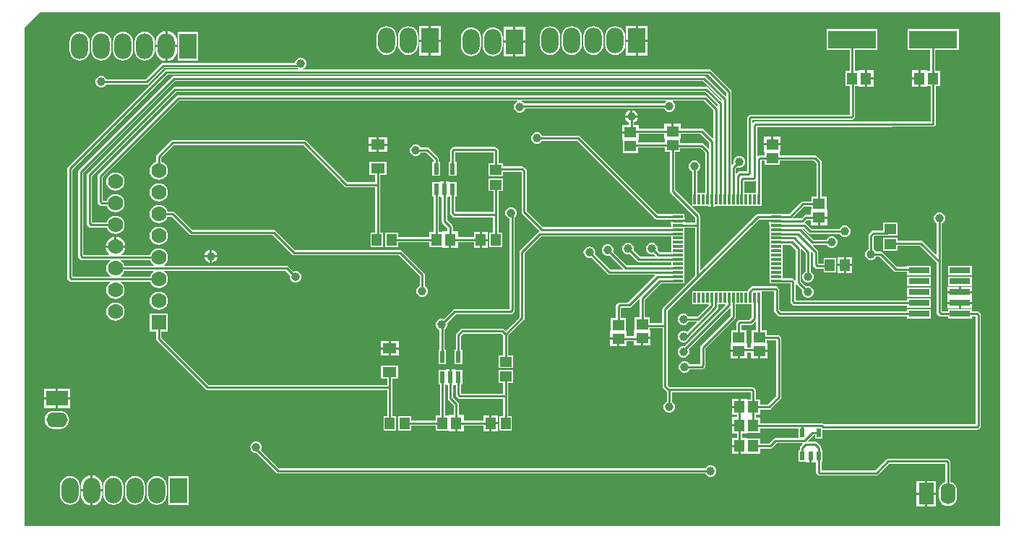
<source format=gtl>
G04*
G04 #@! TF.GenerationSoftware,Altium Limited,Altium Designer,20.2.5 (213)*
G04*
G04 Layer_Physical_Order=1*
G04 Layer_Color=255*
%FSAX44Y44*%
%MOMM*%
G71*
G04*
G04 #@! TF.SameCoordinates,DEE1CB44-B07E-4D6A-B40A-D2815B2109DB*
G04*
G04*
G04 #@! TF.FilePolarity,Positive*
G04*
G01*
G75*
%ADD14C,0.2540*%
%ADD15R,1.6500X1.2000*%
%ADD16R,0.5588X1.3208*%
%ADD17R,1.4000X1.3000*%
%ADD18R,1.1938X0.3048*%
%ADD19R,0.3048X1.1938*%
%ADD20R,5.6000X2.1000*%
%ADD21R,1.3000X1.4000*%
%ADD22R,1.1500X1.3500*%
%ADD23R,1.3500X1.1500*%
%ADD24R,2.4000X0.7600*%
%ADD25R,0.5080X0.9779*%
%ADD35R,1.7780X1.7780*%
%ADD36C,1.7780*%
%ADD41O,2.0000X3.0000*%
%ADD42R,2.0000X3.0000*%
%ADD43R,2.5000X1.7500*%
%ADD44O,2.5000X1.7500*%
%ADD45O,1.7500X2.5000*%
%ADD46R,1.7500X2.5000*%
%ADD47C,1.0000*%
G36*
X01545590Y00262890D02*
X00403340D01*
X00402590Y00263640D01*
X00402590Y00847090D01*
X00420370Y00864870D01*
X01545590D01*
Y00262890D01*
D02*
G37*
%LPC*%
G36*
X01132680Y00849390D02*
X01121410D01*
Y00833120D01*
X01132680D01*
Y00849390D01*
D02*
G37*
G36*
X01118870D02*
X01107600D01*
Y00833120D01*
X01118870D01*
Y00849390D01*
D02*
G37*
G36*
X00890110D02*
X00878840D01*
Y00833120D01*
X00890110D01*
Y00849390D01*
D02*
G37*
G36*
X00876300D02*
X00865030D01*
Y00833120D01*
X00876300D01*
Y00849390D01*
D02*
G37*
G36*
X00989170Y00848120D02*
X00977900D01*
Y00831850D01*
X00989170D01*
Y00848120D01*
D02*
G37*
G36*
X00975360D02*
X00964090D01*
Y00831850D01*
X00975360D01*
Y00848120D01*
D02*
G37*
G36*
X00570230Y00842981D02*
Y00826770D01*
X00581608D01*
Y00830500D01*
X00581177Y00833774D01*
X00579914Y00836824D01*
X00577904Y00839444D01*
X00575284Y00841454D01*
X00572234Y00842717D01*
X00570230Y00842981D01*
D02*
G37*
G36*
X00567690D02*
X00565686Y00842717D01*
X00562636Y00841454D01*
X00560016Y00839444D01*
X00558006Y00836824D01*
X00556743Y00833774D01*
X00556312Y00830500D01*
Y00826770D01*
X00567690D01*
Y00842981D01*
D02*
G37*
G36*
X01094740Y00848730D02*
X01091665Y00848325D01*
X01088800Y00847138D01*
X01086340Y00845250D01*
X01084452Y00842790D01*
X01083265Y00839925D01*
X01082860Y00836850D01*
Y00826850D01*
X01083265Y00823775D01*
X01084452Y00820910D01*
X01086340Y00818450D01*
X01088800Y00816562D01*
X01091665Y00815375D01*
X01094740Y00814970D01*
X01097815Y00815375D01*
X01100680Y00816562D01*
X01103140Y00818450D01*
X01105028Y00820910D01*
X01106215Y00823775D01*
X01106620Y00826850D01*
Y00836850D01*
X01106215Y00839925D01*
X01105028Y00842790D01*
X01103140Y00845250D01*
X01100680Y00847138D01*
X01097815Y00848325D01*
X01094740Y00848730D01*
D02*
G37*
G36*
X01069340D02*
X01066265Y00848325D01*
X01063400Y00847138D01*
X01060940Y00845250D01*
X01059052Y00842790D01*
X01057865Y00839925D01*
X01057460Y00836850D01*
Y00826850D01*
X01057865Y00823775D01*
X01059052Y00820910D01*
X01060940Y00818450D01*
X01063400Y00816562D01*
X01066265Y00815375D01*
X01069340Y00814970D01*
X01072415Y00815375D01*
X01075280Y00816562D01*
X01077740Y00818450D01*
X01079628Y00820910D01*
X01080815Y00823775D01*
X01081220Y00826850D01*
Y00836850D01*
X01080815Y00839925D01*
X01079628Y00842790D01*
X01077740Y00845250D01*
X01075280Y00847138D01*
X01072415Y00848325D01*
X01069340Y00848730D01*
D02*
G37*
G36*
X01043940D02*
X01040865Y00848325D01*
X01038000Y00847138D01*
X01035540Y00845250D01*
X01033652Y00842790D01*
X01032465Y00839925D01*
X01032060Y00836850D01*
Y00826850D01*
X01032465Y00823775D01*
X01033652Y00820910D01*
X01035540Y00818450D01*
X01038000Y00816562D01*
X01040865Y00815375D01*
X01043940Y00814970D01*
X01047015Y00815375D01*
X01049880Y00816562D01*
X01052340Y00818450D01*
X01054228Y00820910D01*
X01055415Y00823775D01*
X01055820Y00826850D01*
Y00836850D01*
X01055415Y00839925D01*
X01054228Y00842790D01*
X01052340Y00845250D01*
X01049880Y00847138D01*
X01047015Y00848325D01*
X01043940Y00848730D01*
D02*
G37*
G36*
X01018540D02*
X01015465Y00848325D01*
X01012600Y00847138D01*
X01010140Y00845250D01*
X01008252Y00842790D01*
X01007065Y00839925D01*
X01006660Y00836850D01*
Y00826850D01*
X01007065Y00823775D01*
X01008252Y00820910D01*
X01010140Y00818450D01*
X01012600Y00816562D01*
X01015465Y00815375D01*
X01018540Y00814970D01*
X01021615Y00815375D01*
X01024480Y00816562D01*
X01026940Y00818450D01*
X01028828Y00820910D01*
X01030015Y00823775D01*
X01030420Y00826850D01*
Y00836850D01*
X01030015Y00839925D01*
X01028828Y00842790D01*
X01026940Y00845250D01*
X01024480Y00847138D01*
X01021615Y00848325D01*
X01018540Y00848730D01*
D02*
G37*
G36*
X00852170D02*
X00849095Y00848325D01*
X00846230Y00847138D01*
X00843770Y00845250D01*
X00841882Y00842790D01*
X00840695Y00839925D01*
X00840290Y00836850D01*
Y00826850D01*
X00840695Y00823775D01*
X00841882Y00820910D01*
X00843770Y00818450D01*
X00846230Y00816562D01*
X00849095Y00815375D01*
X00852170Y00814970D01*
X00855245Y00815375D01*
X00858110Y00816562D01*
X00860570Y00818450D01*
X00862458Y00820910D01*
X00863645Y00823775D01*
X00864050Y00826850D01*
Y00836850D01*
X00863645Y00839925D01*
X00862458Y00842790D01*
X00860570Y00845250D01*
X00858110Y00847138D01*
X00855245Y00848325D01*
X00852170Y00848730D01*
D02*
G37*
G36*
X00826770D02*
X00823695Y00848325D01*
X00820830Y00847138D01*
X00818370Y00845250D01*
X00816482Y00842790D01*
X00815295Y00839925D01*
X00814890Y00836850D01*
Y00826850D01*
X00815295Y00823775D01*
X00816482Y00820910D01*
X00818370Y00818450D01*
X00820830Y00816562D01*
X00823695Y00815375D01*
X00826770Y00814970D01*
X00829845Y00815375D01*
X00832710Y00816562D01*
X00835170Y00818450D01*
X00837058Y00820910D01*
X00838245Y00823775D01*
X00838650Y00826850D01*
Y00836850D01*
X00838245Y00839925D01*
X00837058Y00842790D01*
X00835170Y00845250D01*
X00832710Y00847138D01*
X00829845Y00848325D01*
X00826770Y00848730D01*
D02*
G37*
G36*
X01132680Y00830580D02*
X01121410D01*
Y00814310D01*
X01132680D01*
Y00830580D01*
D02*
G37*
G36*
X01118870D02*
X01107600D01*
Y00814310D01*
X01118870D01*
Y00830580D01*
D02*
G37*
G36*
X00890110D02*
X00878840D01*
Y00814310D01*
X00890110D01*
Y00830580D01*
D02*
G37*
G36*
X00876300D02*
X00865030D01*
Y00814310D01*
X00876300D01*
Y00830580D01*
D02*
G37*
G36*
X00951230Y00847460D02*
X00948155Y00847055D01*
X00945290Y00845868D01*
X00942830Y00843980D01*
X00940942Y00841520D01*
X00939755Y00838655D01*
X00939350Y00835580D01*
Y00825580D01*
X00939755Y00822505D01*
X00940942Y00819640D01*
X00942830Y00817180D01*
X00945290Y00815292D01*
X00948155Y00814105D01*
X00951230Y00813700D01*
X00954305Y00814105D01*
X00957170Y00815292D01*
X00959630Y00817180D01*
X00961518Y00819640D01*
X00962705Y00822505D01*
X00963110Y00825580D01*
Y00835580D01*
X00962705Y00838655D01*
X00961518Y00841520D01*
X00959630Y00843980D01*
X00957170Y00845868D01*
X00954305Y00847055D01*
X00951230Y00847460D01*
D02*
G37*
G36*
X00925830D02*
X00922755Y00847055D01*
X00919890Y00845868D01*
X00917430Y00843980D01*
X00915542Y00841520D01*
X00914355Y00838655D01*
X00913950Y00835580D01*
Y00825580D01*
X00914355Y00822505D01*
X00915542Y00819640D01*
X00917430Y00817180D01*
X00919890Y00815292D01*
X00922755Y00814105D01*
X00925830Y00813700D01*
X00928905Y00814105D01*
X00931770Y00815292D01*
X00934230Y00817180D01*
X00936118Y00819640D01*
X00937305Y00822505D01*
X00937710Y00825580D01*
Y00835580D01*
X00937305Y00838655D01*
X00936118Y00841520D01*
X00934230Y00843980D01*
X00931770Y00845868D01*
X00928905Y00847055D01*
X00925830Y00847460D01*
D02*
G37*
G36*
X00989170Y00829310D02*
X00977900D01*
Y00813040D01*
X00989170D01*
Y00829310D01*
D02*
G37*
G36*
X00975360D02*
X00964090D01*
Y00813040D01*
X00975360D01*
Y00829310D01*
D02*
G37*
G36*
X00606138Y00842278D02*
X00582582D01*
Y00808722D01*
X00606138D01*
Y00842278D01*
D02*
G37*
G36*
X00543560Y00842380D02*
X00540485Y00841975D01*
X00537620Y00840788D01*
X00535160Y00838900D01*
X00533272Y00836440D01*
X00532085Y00833575D01*
X00531680Y00830500D01*
Y00820500D01*
X00532085Y00817425D01*
X00533272Y00814560D01*
X00535160Y00812100D01*
X00537620Y00810212D01*
X00540485Y00809025D01*
X00543560Y00808620D01*
X00546635Y00809025D01*
X00549500Y00810212D01*
X00551960Y00812100D01*
X00553848Y00814560D01*
X00555035Y00817425D01*
X00555440Y00820500D01*
Y00830500D01*
X00555035Y00833575D01*
X00553848Y00836440D01*
X00551960Y00838900D01*
X00549500Y00840788D01*
X00546635Y00841975D01*
X00543560Y00842380D01*
D02*
G37*
G36*
X00518160D02*
X00515085Y00841975D01*
X00512220Y00840788D01*
X00509760Y00838900D01*
X00507872Y00836440D01*
X00506685Y00833575D01*
X00506280Y00830500D01*
Y00820500D01*
X00506685Y00817425D01*
X00507872Y00814560D01*
X00509760Y00812100D01*
X00512220Y00810212D01*
X00515085Y00809025D01*
X00518160Y00808620D01*
X00521235Y00809025D01*
X00524100Y00810212D01*
X00526560Y00812100D01*
X00528448Y00814560D01*
X00529635Y00817425D01*
X00530040Y00820500D01*
Y00830500D01*
X00529635Y00833575D01*
X00528448Y00836440D01*
X00526560Y00838900D01*
X00524100Y00840788D01*
X00521235Y00841975D01*
X00518160Y00842380D01*
D02*
G37*
G36*
X00492760D02*
X00489685Y00841975D01*
X00486820Y00840788D01*
X00484360Y00838900D01*
X00482472Y00836440D01*
X00481285Y00833575D01*
X00480880Y00830500D01*
Y00820500D01*
X00481285Y00817425D01*
X00482472Y00814560D01*
X00484360Y00812100D01*
X00486820Y00810212D01*
X00489685Y00809025D01*
X00492760Y00808620D01*
X00495835Y00809025D01*
X00498700Y00810212D01*
X00501160Y00812100D01*
X00503048Y00814560D01*
X00504235Y00817425D01*
X00504640Y00820500D01*
Y00830500D01*
X00504235Y00833575D01*
X00503048Y00836440D01*
X00501160Y00838900D01*
X00498700Y00840788D01*
X00495835Y00841975D01*
X00492760Y00842380D01*
D02*
G37*
G36*
X00467360D02*
X00464285Y00841975D01*
X00461420Y00840788D01*
X00458960Y00838900D01*
X00457072Y00836440D01*
X00455885Y00833575D01*
X00455480Y00830500D01*
Y00820500D01*
X00455885Y00817425D01*
X00457072Y00814560D01*
X00458960Y00812100D01*
X00461420Y00810212D01*
X00464285Y00809025D01*
X00467360Y00808620D01*
X00470435Y00809025D01*
X00473300Y00810212D01*
X00475760Y00812100D01*
X00477648Y00814560D01*
X00478835Y00817425D01*
X00479240Y00820500D01*
Y00830500D01*
X00478835Y00833575D01*
X00477648Y00836440D01*
X00475760Y00838900D01*
X00473300Y00840788D01*
X00470435Y00841975D01*
X00467360Y00842380D01*
D02*
G37*
G36*
X00581608Y00824230D02*
X00570230D01*
Y00808019D01*
X00572234Y00808283D01*
X00575284Y00809546D01*
X00577904Y00811556D01*
X00579914Y00814176D01*
X00581177Y00817226D01*
X00581608Y00820500D01*
Y00824230D01*
D02*
G37*
G36*
X00567690D02*
X00556312D01*
Y00820500D01*
X00556743Y00817226D01*
X00558006Y00814176D01*
X00560016Y00811556D01*
X00562636Y00809546D01*
X00565686Y00808283D01*
X00567690Y00808019D01*
Y00824230D01*
D02*
G37*
G36*
X01497138Y00845398D02*
X01437582D01*
Y00820842D01*
X01463742D01*
Y00796178D01*
X01460270D01*
Y00796940D01*
X01452500D01*
Y00787400D01*
Y00777860D01*
X01460270D01*
Y00778622D01*
X01464122D01*
Y00737168D01*
X01418590D01*
X01418069Y00737064D01*
X01259314D01*
X01258125Y00736827D01*
X01257116Y00736154D01*
X01256078Y00735115D01*
X01255328Y00735426D01*
Y00738901D01*
X01371382D01*
X01372571Y00739137D01*
X01373580Y00739811D01*
X01375067Y00741299D01*
X01375741Y00742307D01*
X01375978Y00743496D01*
Y00778622D01*
X01379450D01*
Y00777860D01*
X01387220D01*
Y00787400D01*
Y00796940D01*
X01379450D01*
Y00796178D01*
X01375598D01*
Y00820842D01*
X01402138D01*
Y00845398D01*
X01342582D01*
Y00820842D01*
X01369382D01*
Y00796178D01*
X01364212D01*
Y00778622D01*
X01369762D01*
Y00745116D01*
X01253708D01*
X01252519Y00744880D01*
X01251510Y00744206D01*
X01250023Y00742718D01*
X01249349Y00741710D01*
X01249112Y00740521D01*
Y00678748D01*
X01240790D01*
X01239601Y00678511D01*
X01238593Y00677838D01*
X01236851Y00676096D01*
X01236158Y00676383D01*
Y00681751D01*
X01237906Y00683499D01*
X01238216Y00683370D01*
X01239986Y00683137D01*
X01241755Y00683370D01*
X01243404Y00684053D01*
X01244820Y00685139D01*
X01245906Y00686555D01*
X01246589Y00688204D01*
X01246822Y00689974D01*
X01246589Y00691743D01*
X01245906Y00693392D01*
X01244820Y00694808D01*
X01243404Y00695894D01*
X01241755Y00696577D01*
X01239986Y00696810D01*
X01238216Y00696577D01*
X01236568Y00695894D01*
X01235152Y00694808D01*
X01234065Y00693392D01*
X01233382Y00691743D01*
X01233149Y00689974D01*
X01233382Y00688204D01*
X01233511Y00687894D01*
X01231851Y00686234D01*
X01231158Y00686520D01*
Y00772200D01*
X01230921Y00773389D01*
X01230247Y00774398D01*
X01207428Y00797217D01*
X01206419Y00797891D01*
X01205230Y00798128D01*
X00729086D01*
X00728937Y00798878D01*
X00729858Y00799259D01*
X00731274Y00800346D01*
X00732361Y00801762D01*
X00733044Y00803411D01*
X00733277Y00805180D01*
X00733044Y00806949D01*
X00732361Y00808598D01*
X00731274Y00810014D01*
X00729858Y00811101D01*
X00728209Y00811784D01*
X00726440Y00812017D01*
X00724671Y00811784D01*
X00723022Y00811101D01*
X00721606Y00810014D01*
X00720519Y00808598D01*
X00719837Y00806949D01*
X00719678Y00805748D01*
X00565150D01*
X00563961Y00805511D01*
X00562952Y00804837D01*
X00544813Y00786698D01*
X00498809D01*
X00498681Y00787008D01*
X00497594Y00788424D01*
X00496178Y00789511D01*
X00494529Y00790193D01*
X00492760Y00790426D01*
X00490991Y00790193D01*
X00489342Y00789511D01*
X00487926Y00788424D01*
X00486839Y00787008D01*
X00486157Y00785359D01*
X00485924Y00783590D01*
X00486157Y00781821D01*
X00486839Y00780172D01*
X00487926Y00778756D01*
X00489342Y00777669D01*
X00490991Y00776986D01*
X00492760Y00776753D01*
X00494529Y00776986D01*
X00496178Y00777669D01*
X00497594Y00778756D01*
X00498681Y00780172D01*
X00498809Y00780482D01*
X00546100D01*
X00547289Y00780719D01*
X00548298Y00781393D01*
X00566437Y00799532D01*
X00721881D01*
X00722505Y00799656D01*
X00723022Y00799259D01*
X00723943Y00798878D01*
X00723794Y00798128D01*
X00568960D01*
X00567771Y00797891D01*
X00566763Y00797217D01*
X00453732Y00684187D01*
X00453059Y00683179D01*
X00452822Y00681990D01*
Y00553932D01*
X00453059Y00552743D01*
X00453732Y00551735D01*
X00455220Y00550247D01*
X00456229Y00549573D01*
X00457418Y00549337D01*
X00503007D01*
X00503262Y00548587D01*
X00501661Y00547359D01*
X00499952Y00545130D01*
X00498877Y00542535D01*
X00498510Y00539750D01*
X00498877Y00536965D01*
X00499952Y00534370D01*
X00501661Y00532141D01*
X00503890Y00530432D01*
X00506485Y00529357D01*
X00509270Y00528990D01*
X00512055Y00529357D01*
X00514650Y00530432D01*
X00516879Y00532141D01*
X00518588Y00534370D01*
X00519663Y00536965D01*
X00520030Y00539750D01*
X00519663Y00542535D01*
X00518588Y00545130D01*
X00516879Y00547359D01*
X00515278Y00548587D01*
X00515533Y00549337D01*
X00549813D01*
X00550751Y00547070D01*
X00552462Y00544841D01*
X00554690Y00543131D01*
X00557285Y00542057D01*
X00560070Y00541690D01*
X00562855Y00542057D01*
X00565450Y00543131D01*
X00567678Y00544841D01*
X00569389Y00547070D01*
X00570463Y00549665D01*
X00570830Y00552450D01*
X00570463Y00555235D01*
X00569389Y00557830D01*
X00567678Y00560059D01*
X00566071Y00561292D01*
X00566325Y00562042D01*
X00708643D01*
X00713615Y00557070D01*
X00713486Y00556759D01*
X00713253Y00554990D01*
X00713486Y00553221D01*
X00714169Y00551572D01*
X00715256Y00550156D01*
X00716672Y00549069D01*
X00718321Y00548386D01*
X00720090Y00548153D01*
X00721859Y00548386D01*
X00723508Y00549069D01*
X00724924Y00550156D01*
X00726011Y00551572D01*
X00726693Y00553221D01*
X00726926Y00554990D01*
X00726693Y00556759D01*
X00726011Y00558408D01*
X00724924Y00559824D01*
X00723508Y00560911D01*
X00721859Y00561594D01*
X00720090Y00561827D01*
X00718321Y00561594D01*
X00718010Y00561465D01*
X00712128Y00567347D01*
X00711119Y00568021D01*
X00709930Y00568258D01*
X00566325D01*
X00566071Y00569008D01*
X00567678Y00570242D01*
X00569389Y00572470D01*
X00570463Y00575065D01*
X00570830Y00577850D01*
X00570463Y00580635D01*
X00569389Y00583230D01*
X00567678Y00585458D01*
X00565450Y00587169D01*
X00562855Y00588243D01*
X00560070Y00588610D01*
X00557285Y00588243D01*
X00554690Y00587169D01*
X00552462Y00585458D01*
X00550751Y00583230D01*
X00549810Y00580958D01*
X00516712D01*
X00516470Y00581668D01*
X00517422Y00582398D01*
X00519254Y00584786D01*
X00520406Y00587566D01*
X00520631Y00589280D01*
X00509270D01*
X00497909D01*
X00498134Y00587566D01*
X00499286Y00584786D01*
X00501118Y00582398D01*
X00502070Y00581668D01*
X00501828Y00580958D01*
X00471738D01*
Y00676893D01*
X00579137Y00784292D01*
X01197593D01*
X01219644Y00762241D01*
X01219602Y00761974D01*
X01218802Y00761713D01*
X01203617Y00776898D01*
X01202609Y00777571D01*
X01201420Y00777808D01*
X00579120D01*
X00577931Y00777571D01*
X00576922Y00776898D01*
X00476592Y00676568D01*
X00475919Y00675559D01*
X00475682Y00674370D01*
Y00617438D01*
X00475919Y00616249D01*
X00476592Y00615240D01*
X00478080Y00613753D01*
X00479089Y00613079D01*
X00480278Y00612842D01*
X00499010D01*
X00499952Y00610570D01*
X00501661Y00608341D01*
X00503890Y00606632D01*
X00506485Y00605557D01*
X00509270Y00605190D01*
X00512055Y00605557D01*
X00514650Y00606632D01*
X00516879Y00608341D01*
X00518588Y00610570D01*
X00519663Y00613165D01*
X00520030Y00615950D01*
X00519663Y00618735D01*
X00518588Y00621330D01*
X00516879Y00623559D01*
X00514650Y00625269D01*
X00512055Y00626343D01*
X00509270Y00626710D01*
X00506485Y00626343D01*
X00503890Y00625269D01*
X00501661Y00623559D01*
X00499952Y00621330D01*
X00499010Y00619058D01*
X00481898D01*
Y00673083D01*
X00580407Y00771592D01*
X01200133D01*
X01214942Y00756783D01*
Y00755123D01*
X01214249Y00754836D01*
X01202347Y00766738D01*
X01201339Y00767411D01*
X01200150Y00767648D01*
X00582930D01*
X00581741Y00767411D01*
X00580732Y00766738D01*
X00489292Y00675297D01*
X00488619Y00674289D01*
X00488382Y00673100D01*
Y00642838D01*
X00488619Y00641649D01*
X00489292Y00640640D01*
X00490780Y00639152D01*
X00491789Y00638479D01*
X00492978Y00638242D01*
X00499010D01*
X00499952Y00635970D01*
X00501661Y00633741D01*
X00503890Y00632032D01*
X00506485Y00630957D01*
X00509270Y00630590D01*
X00512055Y00630957D01*
X00514650Y00632032D01*
X00516879Y00633741D01*
X00518588Y00635970D01*
X00519663Y00638565D01*
X00520030Y00641350D01*
X00519663Y00644135D01*
X00518588Y00646730D01*
X00516879Y00648959D01*
X00514650Y00650668D01*
X00512055Y00651743D01*
X00509270Y00652110D01*
X00506485Y00651743D01*
X00503890Y00650668D01*
X00501661Y00648959D01*
X00499952Y00646730D01*
X00499010Y00644458D01*
X00494598D01*
Y00671813D01*
X00584217Y00761432D01*
X00980334D01*
X00980483Y00760682D01*
X00979562Y00760301D01*
X00978146Y00759214D01*
X00977059Y00757798D01*
X00976376Y00756149D01*
X00976143Y00754380D01*
X00976376Y00752611D01*
X00977059Y00750962D01*
X00978146Y00749546D01*
X00979562Y00748459D01*
X00981211Y00747776D01*
X00982980Y00747543D01*
X00984749Y00747776D01*
X00986398Y00748459D01*
X00987814Y00749546D01*
X00988901Y00750962D01*
X00989378Y00752114D01*
X01152191D01*
X01152319Y00751804D01*
X01153406Y00750388D01*
X01154822Y00749301D01*
X01156471Y00748618D01*
X01158240Y00748385D01*
X01160009Y00748618D01*
X01161658Y00749301D01*
X01163074Y00750388D01*
X01164161Y00751804D01*
X01164844Y00753453D01*
X01165077Y00755222D01*
X01164844Y00756991D01*
X01164161Y00758640D01*
X01163074Y00760056D01*
X01162258Y00760682D01*
X01162513Y00761432D01*
X01198863D01*
X01209942Y00750353D01*
Y00717223D01*
X01209249Y00716936D01*
X01198309Y00727876D01*
X01197301Y00728549D01*
X01196112Y00728786D01*
X01171590D01*
Y00734590D01*
X01163320D01*
Y00725550D01*
X01160780D01*
Y00734590D01*
X01152510D01*
Y00728786D01*
X01122060D01*
Y00733320D01*
X01116898D01*
Y00736076D01*
X01117592Y00736364D01*
X01119168Y00737572D01*
X01120376Y00739147D01*
X01121136Y00740982D01*
X01121228Y00741680D01*
X01106352D01*
X01106444Y00740982D01*
X01107204Y00739147D01*
X01108412Y00737572D01*
X01109987Y00736364D01*
X01110682Y00736076D01*
Y00733320D01*
X01102980D01*
Y00725550D01*
X01112520D01*
Y00723010D01*
X01102980D01*
Y00715240D01*
X01103742D01*
Y00700002D01*
X01121298D01*
Y00706442D01*
X01153272D01*
Y00701272D01*
X01158942D01*
Y00655320D01*
X01159179Y00654131D01*
X01159853Y00653122D01*
X01188152Y00624823D01*
Y00618618D01*
X01176559D01*
Y00619240D01*
X01159541D01*
Y00616446D01*
X01160303D01*
Y00613618D01*
X01010027D01*
X00991168Y00632477D01*
Y00679196D01*
X00990931Y00680385D01*
X00990257Y00681394D01*
X00988225Y00683426D01*
X00987217Y00684099D01*
X00986028Y00684336D01*
X00963568D01*
Y00688108D01*
X00958148D01*
Y00702600D01*
X00957911Y00703789D01*
X00957237Y00704798D01*
X00955750Y00706285D01*
X00954741Y00706959D01*
X00953552Y00707196D01*
X00905728D01*
X00904539Y00706959D01*
X00903530Y00706285D01*
X00902042Y00704798D01*
X00901369Y00703789D01*
X00901132Y00702600D01*
Y00690118D01*
X00899668D01*
Y00673354D01*
X00908812D01*
Y00690118D01*
X00907348D01*
Y00700980D01*
X00951932D01*
Y00688108D01*
X00946512D01*
Y00673052D01*
X00963568D01*
Y00678120D01*
X00984741D01*
X00984952Y00677909D01*
Y00631190D01*
X00985189Y00630001D01*
X00985863Y00628993D01*
X01005746Y00609109D01*
X01005504Y00608290D01*
X01004632Y00607707D01*
X00983323Y00586398D01*
X00982649Y00585389D01*
X00982412Y00584200D01*
Y00508017D01*
X00966470Y00492075D01*
X00964857Y00493688D01*
X00963849Y00494361D01*
X00962660Y00494598D01*
X00915670D01*
X00914481Y00494361D01*
X00913473Y00493688D01*
X00909003Y00489217D01*
X00908329Y00488209D01*
X00908092Y00487020D01*
Y00469900D01*
X00906628D01*
Y00453136D01*
X00915772D01*
Y00469900D01*
X00914308D01*
Y00485733D01*
X00916957Y00488382D01*
X00961373D01*
X00963362Y00486393D01*
Y00463178D01*
X00957942D01*
Y00448122D01*
X00974998D01*
Y00463178D01*
X00969578D01*
Y00486393D01*
X00987718Y00504533D01*
X00988391Y00505541D01*
X00988628Y00506730D01*
Y00582913D01*
X01008117Y00602402D01*
X01160303D01*
Y00592208D01*
Y00583618D01*
X01146707D01*
X01144395Y00585930D01*
X01144523Y00586241D01*
X01144756Y00588010D01*
X01144523Y00589779D01*
X01143841Y00591428D01*
X01142754Y00592844D01*
X01141338Y00593931D01*
X01139689Y00594613D01*
X01137920Y00594846D01*
X01136151Y00594613D01*
X01134502Y00593931D01*
X01133086Y00592844D01*
X01131999Y00591428D01*
X01131317Y00589779D01*
X01131084Y00588010D01*
X01131317Y00586241D01*
X01131999Y00584592D01*
X01133086Y00583176D01*
X01134502Y00582089D01*
X01136151Y00581407D01*
X01137920Y00581174D01*
X01139689Y00581407D01*
X01140000Y00581535D01*
X01142224Y00579311D01*
X01141937Y00578618D01*
X01123767D01*
X01116455Y00585930D01*
X01116583Y00586241D01*
X01116816Y00588010D01*
X01116583Y00589779D01*
X01115901Y00591428D01*
X01114814Y00592844D01*
X01113398Y00593931D01*
X01111749Y00594613D01*
X01109980Y00594846D01*
X01108211Y00594613D01*
X01106562Y00593931D01*
X01105146Y00592844D01*
X01104059Y00591428D01*
X01103376Y00589779D01*
X01103143Y00588010D01*
X01103376Y00586241D01*
X01104059Y00584592D01*
X01105146Y00583176D01*
X01106562Y00582089D01*
X01108211Y00581407D01*
X01109980Y00581174D01*
X01111749Y00581407D01*
X01112060Y00581535D01*
X01120283Y00573312D01*
X01121291Y00572639D01*
X01122480Y00572402D01*
X01160303D01*
Y00568618D01*
X01108367D01*
X01092325Y00584660D01*
X01092454Y00584971D01*
X01092686Y00586740D01*
X01092454Y00588509D01*
X01091771Y00590158D01*
X01090684Y00591574D01*
X01089268Y00592661D01*
X01087619Y00593344D01*
X01085850Y00593577D01*
X01084081Y00593344D01*
X01082432Y00592661D01*
X01081016Y00591574D01*
X01079929Y00590158D01*
X01079247Y00588509D01*
X01079014Y00586740D01*
X01079247Y00584971D01*
X01079929Y00583322D01*
X01081016Y00581906D01*
X01082432Y00580819D01*
X01084081Y00580136D01*
X01085850Y00579903D01*
X01087619Y00580136D01*
X01087930Y00580265D01*
X01103977Y00564219D01*
X01103689Y00563526D01*
X01089329D01*
X01071060Y00581795D01*
X01071117Y00581931D01*
X01071350Y00583701D01*
X01071117Y00585470D01*
X01070434Y00587119D01*
X01069348Y00588535D01*
X01067932Y00589621D01*
X01066283Y00590304D01*
X01064513Y00590537D01*
X01062744Y00590304D01*
X01061095Y00589621D01*
X01059679Y00588535D01*
X01058593Y00587119D01*
X01057910Y00585470D01*
X01057677Y00583701D01*
X01057910Y00581931D01*
X01058593Y00580282D01*
X01059679Y00578867D01*
X01061095Y00577780D01*
X01062744Y00577097D01*
X01064513Y00576864D01*
X01066283Y00577097D01*
X01066767Y00577298D01*
X01085845Y00558220D01*
X01086853Y00557547D01*
X01088042Y00557310D01*
X01141215D01*
X01141502Y00556617D01*
X01109963Y00525078D01*
X01100038D01*
X01098849Y00524841D01*
X01097840Y00524168D01*
X01096352Y00522680D01*
X01095679Y00521671D01*
X01095442Y00520482D01*
Y00506878D01*
X01089772D01*
Y00491640D01*
X01089010D01*
Y00483870D01*
X01098550D01*
Y00482600D01*
X01099820D01*
Y00473560D01*
X01108090D01*
Y00479492D01*
X01116950D01*
Y00474450D01*
X01125220D01*
Y00483490D01*
X01126490D01*
Y00484760D01*
X01136030D01*
Y00492530D01*
X01135268D01*
Y00494732D01*
X01150052D01*
Y00426720D01*
X01150289Y00425531D01*
X01150963Y00424523D01*
X01155132Y00420353D01*
Y00408639D01*
X01154822Y00408511D01*
X01153406Y00407424D01*
X01152319Y00406008D01*
X01151637Y00404359D01*
X01151404Y00402590D01*
X01151637Y00400821D01*
X01152319Y00399172D01*
X01153406Y00397756D01*
X01154822Y00396669D01*
X01156471Y00395987D01*
X01158240Y00395754D01*
X01160009Y00395987D01*
X01161658Y00396669D01*
X01163074Y00397756D01*
X01164161Y00399172D01*
X01164844Y00400821D01*
X01165077Y00402590D01*
X01164844Y00404359D01*
X01164161Y00406008D01*
X01163074Y00407424D01*
X01161658Y00408511D01*
X01161348Y00408639D01*
Y00419802D01*
X01253302D01*
Y00411368D01*
X01249450D01*
Y00412130D01*
X01241680D01*
Y00402590D01*
X01240410D01*
Y00401320D01*
X01231370D01*
Y00393050D01*
X01237302D01*
Y00390540D01*
X01231370D01*
Y00382270D01*
X01240410D01*
Y00379730D01*
X01231370D01*
Y00371460D01*
X01237302D01*
Y00366410D01*
X01231370D01*
Y00358140D01*
X01240410D01*
Y00356870D01*
X01241680D01*
Y00347330D01*
X01249450D01*
Y00348092D01*
X01264688D01*
Y00353762D01*
X01276350D01*
X01277539Y00353999D01*
X01278548Y00354673D01*
X01284087Y00360212D01*
X01313980D01*
X01314267Y00359519D01*
X01311855Y00357108D01*
X01311182Y00356100D01*
X01310945Y00354911D01*
Y00351917D01*
X01309735D01*
Y00338582D01*
X01318371Y00338582D01*
X01318473Y00337874D01*
Y00337820D01*
X01322283D01*
Y00345249D01*
X01324823D01*
Y00337820D01*
X01328633D01*
Y00337874D01*
X01328735Y00338582D01*
X01329580Y00338582D01*
X01330110Y00338052D01*
Y00325979D01*
X01330347Y00324790D01*
X01331021Y00323782D01*
X01331880Y00322923D01*
X01332888Y00322249D01*
X01334077Y00322012D01*
X01400810D01*
X01401999Y00322249D01*
X01403008Y00322923D01*
X01416067Y00335982D01*
X01481522D01*
Y00314748D01*
X01479321Y00313836D01*
X01477121Y00312149D01*
X01475434Y00309949D01*
X01474373Y00307388D01*
X01474011Y00304640D01*
Y00297140D01*
X01474373Y00294392D01*
X01475434Y00291831D01*
X01477121Y00289631D01*
X01479321Y00287944D01*
X01481882Y00286883D01*
X01484630Y00286521D01*
X01487378Y00286883D01*
X01489939Y00287944D01*
X01492139Y00289631D01*
X01493826Y00291831D01*
X01494887Y00294392D01*
X01495249Y00297140D01*
Y00304640D01*
X01494887Y00307388D01*
X01493826Y00309949D01*
X01492139Y00312149D01*
X01489939Y00313836D01*
X01487738Y00314748D01*
Y00337602D01*
X01487501Y00338791D01*
X01486828Y00339800D01*
X01485340Y00341287D01*
X01484331Y00341961D01*
X01483142Y00342198D01*
X01414780D01*
X01413591Y00341961D01*
X01412583Y00341287D01*
X01399523Y00328228D01*
X01336326D01*
Y00338582D01*
X01337371D01*
Y00351917D01*
X01336326D01*
Y00354466D01*
X01336089Y00355655D01*
X01335415Y00356663D01*
X01330995Y00361083D01*
X01329987Y00361757D01*
X01328798Y00361993D01*
X01320788D01*
X01320501Y00362686D01*
X01327245Y00369431D01*
X01328735D01*
Y00365887D01*
X01337371D01*
Y00375486D01*
X01337951Y00375961D01*
X01338360Y00375880D01*
X01518702D01*
X01519891Y00376117D01*
X01520900Y00376790D01*
X01522388Y00378278D01*
X01523061Y00379286D01*
X01523298Y00380476D01*
Y00510322D01*
X01523061Y00511511D01*
X01522388Y00512520D01*
X01520900Y00514007D01*
X01519891Y00514681D01*
X01518702Y00514918D01*
X01512378D01*
Y00517388D01*
X01484822D01*
Y00514918D01*
X01477578D01*
Y00572770D01*
Y00617521D01*
X01477888Y00617649D01*
X01479304Y00618736D01*
X01480391Y00620152D01*
X01481073Y00621801D01*
X01481306Y00623570D01*
X01481073Y00625339D01*
X01480391Y00626988D01*
X01479304Y00628404D01*
X01477888Y00629491D01*
X01476239Y00630173D01*
X01474470Y00630406D01*
X01472701Y00630173D01*
X01471052Y00629491D01*
X01469636Y00628404D01*
X01468549Y00626988D01*
X01467867Y00625339D01*
X01467634Y00623570D01*
X01467867Y00621801D01*
X01468549Y00620152D01*
X01469636Y00618736D01*
X01471052Y00617649D01*
X01471362Y00617521D01*
Y00581253D01*
X01470669Y00580966D01*
X01455078Y00596558D01*
X01454069Y00597231D01*
X01452880Y00597468D01*
X01425848D01*
Y00600758D01*
X01408792D01*
Y00585702D01*
X01425848D01*
Y00591252D01*
X01451593D01*
X01471362Y00571483D01*
Y00513298D01*
X01471599Y00512109D01*
X01472272Y00511100D01*
X01473760Y00509613D01*
X01474769Y00508939D01*
X01475958Y00508702D01*
X01484822D01*
Y00506232D01*
X01512378D01*
Y00508702D01*
X01517082D01*
Y00382096D01*
X01339647D01*
X01339053Y00382690D01*
X01338045Y00383363D01*
X01336855Y00383600D01*
X01264688D01*
Y00389778D01*
X01259518D01*
Y00393812D01*
X01264688D01*
Y00399482D01*
X01275080D01*
X01276269Y00399719D01*
X01277278Y00400392D01*
X01288707Y00411823D01*
X01289381Y00412831D01*
X01289618Y00414020D01*
Y00482382D01*
X01289381Y00483571D01*
X01288707Y00484580D01*
X01287220Y00486068D01*
X01286211Y00486741D01*
X01285022Y00486978D01*
X01272428D01*
Y00492528D01*
X01266158D01*
Y00522763D01*
X01266352D01*
Y00537912D01*
X01280862D01*
Y00515620D01*
X01281099Y00514431D01*
X01281772Y00513423D01*
X01285582Y00509613D01*
X01286591Y00508939D01*
X01287780Y00508702D01*
X01436822D01*
Y00506232D01*
X01464378D01*
Y00517388D01*
X01436822D01*
Y00514918D01*
X01289067D01*
X01287078Y00516907D01*
Y00539532D01*
X01286841Y00540721D01*
X01286167Y00541730D01*
X01284680Y00543218D01*
X01283671Y00543891D01*
X01282482Y00544128D01*
X01255883D01*
X01254694Y00543891D01*
X01253686Y00543218D01*
X01250915Y00540446D01*
X01250241Y00539438D01*
X01250006Y00538257D01*
X01184748D01*
Y00522763D01*
X01204136D01*
X01204447Y00522013D01*
X01191002Y00508568D01*
X01180799D01*
X01180671Y00508878D01*
X01179584Y00510294D01*
X01178168Y00511381D01*
X01176519Y00512063D01*
X01174750Y00512296D01*
X01172981Y00512063D01*
X01171332Y00511381D01*
X01169916Y00510294D01*
X01168829Y00508878D01*
X01168147Y00507229D01*
X01167914Y00505460D01*
X01168147Y00503691D01*
X01168829Y00502042D01*
X01169916Y00500626D01*
X01171332Y00499539D01*
X01172981Y00498857D01*
X01174750Y00498624D01*
X01176519Y00498857D01*
X01178168Y00499539D01*
X01179584Y00500626D01*
X01180671Y00502042D01*
X01180799Y00502352D01*
X01189913D01*
X01190200Y00501659D01*
X01178979Y00490438D01*
X01178168Y00491061D01*
X01176519Y00491744D01*
X01174750Y00491977D01*
X01172981Y00491744D01*
X01171332Y00491061D01*
X01169916Y00489974D01*
X01168829Y00488558D01*
X01168147Y00486909D01*
X01167914Y00485140D01*
X01168147Y00483371D01*
X01168829Y00481722D01*
X01169916Y00480306D01*
X01171332Y00479219D01*
X01172981Y00478536D01*
X01174750Y00478303D01*
X01176519Y00478536D01*
X01178168Y00479219D01*
X01179584Y00480306D01*
X01180671Y00481722D01*
X01181354Y00483371D01*
X01181452Y00484122D01*
X01214819Y00517489D01*
X01215493Y00518497D01*
X01215730Y00519686D01*
Y00522763D01*
X01223508D01*
X01223795Y00522070D01*
X01175785Y00474060D01*
X01174750Y00474197D01*
X01172981Y00473964D01*
X01171332Y00473281D01*
X01169916Y00472194D01*
X01168829Y00470778D01*
X01168147Y00469129D01*
X01167914Y00467360D01*
X01168147Y00465591D01*
X01168829Y00463942D01*
X01169916Y00462526D01*
X01171332Y00461439D01*
X01172981Y00460756D01*
X01174750Y00460523D01*
X01176519Y00460756D01*
X01178168Y00461439D01*
X01179584Y00462526D01*
X01180671Y00463942D01*
X01181354Y00465591D01*
X01181587Y00467360D01*
X01181354Y00469129D01*
X01180853Y00470338D01*
X01229249Y00518734D01*
X01229942Y00518447D01*
Y00509167D01*
X01195413Y00474637D01*
X01194739Y00473629D01*
X01194502Y00472440D01*
Y00452688D01*
X01182069D01*
X01181941Y00452998D01*
X01180854Y00454414D01*
X01179438Y00455501D01*
X01177789Y00456184D01*
X01176020Y00456417D01*
X01174251Y00456184D01*
X01172602Y00455501D01*
X01171186Y00454414D01*
X01170099Y00452998D01*
X01169417Y00451349D01*
X01169184Y00449580D01*
X01169417Y00447811D01*
X01170099Y00446162D01*
X01171186Y00444746D01*
X01172602Y00443659D01*
X01174251Y00442976D01*
X01176020Y00442743D01*
X01177789Y00442976D01*
X01179438Y00443659D01*
X01180854Y00444746D01*
X01181941Y00446162D01*
X01182069Y00446472D01*
X01196122D01*
X01197311Y00446709D01*
X01198320Y00447383D01*
X01199808Y00448870D01*
X01200481Y00449879D01*
X01200718Y00451068D01*
Y00471153D01*
X01235247Y00505682D01*
X01235921Y00506691D01*
X01236158Y00507880D01*
Y00522763D01*
X01254942D01*
Y00507497D01*
X01252203Y00504758D01*
X01241008D01*
X01239819Y00504521D01*
X01238810Y00503848D01*
X01237322Y00502360D01*
X01236649Y00501351D01*
X01236412Y00500162D01*
Y00492528D01*
X01230742D01*
Y00477290D01*
X01229980D01*
Y00469520D01*
X01239520D01*
Y00468250D01*
X01240790D01*
Y00459210D01*
X01249060D01*
Y00466157D01*
X01254110D01*
Y00459210D01*
X01262380D01*
Y00468250D01*
X01263650D01*
Y00469520D01*
X01273190D01*
Y00477290D01*
X01272428D01*
Y00480762D01*
X01283402D01*
Y00415307D01*
X01273793Y00405698D01*
X01264688D01*
Y00411368D01*
X01259518D01*
Y00421422D01*
X01259281Y00422611D01*
X01258607Y00423620D01*
X01257120Y00425107D01*
X01256111Y00425781D01*
X01254922Y00426018D01*
X01158257D01*
X01156268Y00428007D01*
Y00497622D01*
X01156050Y00498718D01*
Y00515385D01*
X01193457Y00552793D01*
X01263067Y00622402D01*
X01274541D01*
Y00621780D01*
X01283050D01*
Y00619240D01*
X01274541D01*
Y00616446D01*
X01275303D01*
Y00607208D01*
Y00597208D01*
Y00587208D01*
Y00577208D01*
Y00567208D01*
Y00557208D01*
Y00547208D01*
X01290797D01*
Y00547402D01*
X01299912D01*
Y00525998D01*
X01300149Y00524809D01*
X01300822Y00523800D01*
X01302310Y00522313D01*
X01303319Y00521639D01*
X01304508Y00521402D01*
X01436822D01*
Y00518932D01*
X01464378D01*
Y00530088D01*
X01436822D01*
Y00527618D01*
X01306128D01*
Y00546656D01*
X01306878Y00546884D01*
X01307173Y00546442D01*
X01314325Y00539290D01*
X01314196Y00538979D01*
X01313963Y00537210D01*
X01314196Y00535441D01*
X01314879Y00533792D01*
X01315966Y00532376D01*
X01317382Y00531289D01*
X01319031Y00530606D01*
X01320800Y00530373D01*
X01322569Y00530606D01*
X01324218Y00531289D01*
X01325634Y00532376D01*
X01326721Y00533792D01*
X01327404Y00535441D01*
X01327637Y00537210D01*
X01327404Y00538979D01*
X01326721Y00540628D01*
X01325634Y00542044D01*
X01324218Y00543131D01*
X01322569Y00543814D01*
X01320800Y00544047D01*
X01319031Y00543814D01*
X01318720Y00543685D01*
X01312478Y00549927D01*
Y00587067D01*
X01313228Y00587377D01*
X01317692Y00582913D01*
Y00561039D01*
X01317382Y00560911D01*
X01315966Y00559824D01*
X01314879Y00558408D01*
X01314196Y00556759D01*
X01313963Y00554990D01*
X01314196Y00553221D01*
X01314879Y00551572D01*
X01315966Y00550156D01*
X01317382Y00549069D01*
X01319031Y00548386D01*
X01320800Y00548153D01*
X01322569Y00548386D01*
X01324218Y00549069D01*
X01325634Y00550156D01*
X01326721Y00551572D01*
X01327404Y00553221D01*
X01327637Y00554990D01*
X01327404Y00556759D01*
X01326721Y00558408D01*
X01325634Y00559824D01*
X01324218Y00560911D01*
X01323908Y00561039D01*
Y00584200D01*
X01323827Y00584608D01*
X01324518Y00584977D01*
X01326582Y00582913D01*
Y00569178D01*
X01326819Y00567989D01*
X01327493Y00566980D01*
X01328980Y00565493D01*
X01329989Y00564819D01*
X01331178Y00564582D01*
X01338812D01*
Y00560432D01*
X01353868D01*
Y00577488D01*
X01338812D01*
Y00570798D01*
X01332798D01*
Y00584200D01*
X01332561Y00585389D01*
X01331888Y00586398D01*
X01326513Y00591772D01*
X01326823Y00592522D01*
X01342691D01*
X01342819Y00592212D01*
X01343906Y00590796D01*
X01345322Y00589709D01*
X01346971Y00589026D01*
X01348740Y00588793D01*
X01350509Y00589026D01*
X01352158Y00589709D01*
X01353574Y00590796D01*
X01354661Y00592212D01*
X01355343Y00593861D01*
X01355576Y00595630D01*
X01355343Y00597399D01*
X01354661Y00599048D01*
X01353574Y00600464D01*
X01352158Y00601551D01*
X01350509Y00602234D01*
X01348740Y00602467D01*
X01346971Y00602234D01*
X01345322Y00601551D01*
X01343906Y00600464D01*
X01342819Y00599048D01*
X01342691Y00598738D01*
X01327167D01*
X01314643Y00611262D01*
X01314904Y00612062D01*
X01315171Y00612104D01*
X01321142Y00606133D01*
X01322151Y00605459D01*
X01323340Y00605222D01*
X01357931D01*
X01358059Y00604912D01*
X01359146Y00603496D01*
X01360562Y00602409D01*
X01362211Y00601726D01*
X01363980Y00601493D01*
X01365749Y00601726D01*
X01367398Y00602409D01*
X01368814Y00603496D01*
X01369901Y00604912D01*
X01370583Y00606561D01*
X01370816Y00608330D01*
X01370583Y00610099D01*
X01369901Y00611748D01*
X01368814Y00613164D01*
X01367398Y00614251D01*
X01365749Y00614934D01*
X01363980Y00615167D01*
X01362211Y00614934D01*
X01360562Y00614251D01*
X01359146Y00613164D01*
X01358059Y00611748D01*
X01357931Y00611438D01*
X01324627D01*
X01318358Y00617707D01*
X01317349Y00618381D01*
X01317168Y00618417D01*
X01316950Y00619135D01*
X01319167Y00621352D01*
X01323960D01*
Y00615420D01*
X01332230D01*
Y00624460D01*
X01333500D01*
Y00625730D01*
X01343040D01*
Y00633500D01*
X01342278D01*
Y00648738D01*
X01336608D01*
Y00689610D01*
X01336371Y00690799D01*
X01335697Y00691807D01*
X01330935Y00696570D01*
X01329927Y00697244D01*
X01328737Y00697480D01*
X01287668D01*
Y00701270D01*
X01288430D01*
Y00709040D01*
X01269350D01*
Y00701270D01*
X01270112D01*
Y00698323D01*
X01269669Y00697659D01*
X01269621Y00697418D01*
X01264538D01*
X01263349Y00697181D01*
X01262340Y00696508D01*
X01261627Y00695794D01*
X01260934Y00696081D01*
Y00730849D01*
X01418486D01*
X01419008Y00730952D01*
X01466850D01*
X01468039Y00731189D01*
X01469048Y00731862D01*
X01469427Y00732243D01*
X01470101Y00733251D01*
X01470338Y00734440D01*
Y00778622D01*
X01475508D01*
Y00796178D01*
X01469958D01*
Y00820842D01*
X01497138D01*
Y00845398D01*
D02*
G37*
G36*
X01397530Y00796940D02*
X01389760D01*
Y00788670D01*
X01397530D01*
Y00796940D01*
D02*
G37*
G36*
X01449960D02*
X01442190D01*
Y00788670D01*
X01449960D01*
Y00796940D01*
D02*
G37*
G36*
Y00786130D02*
X01442190D01*
Y00777860D01*
X01449960D01*
Y00786130D01*
D02*
G37*
G36*
X01397530D02*
X01389760D01*
Y00777860D01*
X01397530D01*
Y00786130D01*
D02*
G37*
G36*
X01115060Y00750388D02*
Y00744220D01*
X01121228D01*
X01121136Y00744918D01*
X01120376Y00746752D01*
X01119168Y00748328D01*
X01117592Y00749536D01*
X01115758Y00750296D01*
X01115060Y00750388D01*
D02*
G37*
G36*
X01112520D02*
X01111822Y00750296D01*
X01109987Y00749536D01*
X01108412Y00748328D01*
X01107204Y00746752D01*
X01106444Y00744918D01*
X01106352Y00744220D01*
X01112520D01*
Y00750388D01*
D02*
G37*
G36*
X01288430Y00719350D02*
X01280160D01*
Y00711580D01*
X01288430D01*
Y00719350D01*
D02*
G37*
G36*
X01277620D02*
X01269350D01*
Y00711580D01*
X01277620D01*
Y00719350D01*
D02*
G37*
G36*
X00827400Y00718500D02*
X00817880D01*
Y00711230D01*
X00827400D01*
Y00718500D01*
D02*
G37*
G36*
X00815340D02*
X00805820D01*
Y00711230D01*
X00815340D01*
Y00718500D01*
D02*
G37*
G36*
X00827400Y00708690D02*
X00817880D01*
Y00701420D01*
X00827400D01*
Y00708690D01*
D02*
G37*
G36*
X00815340D02*
X00805820D01*
Y00701420D01*
X00815340D01*
Y00708690D01*
D02*
G37*
G36*
X00861060Y00710416D02*
X00859291Y00710183D01*
X00857642Y00709501D01*
X00856226Y00708414D01*
X00855139Y00706998D01*
X00854456Y00705349D01*
X00854223Y00703580D01*
X00854456Y00701811D01*
X00855139Y00700162D01*
X00856226Y00698746D01*
X00857642Y00697659D01*
X00859291Y00696976D01*
X00861060Y00696743D01*
X00862829Y00696976D01*
X00864478Y00697659D01*
X00865894Y00698746D01*
X00866981Y00700162D01*
X00867109Y00700472D01*
X00873303D01*
X00882132Y00691643D01*
Y00690118D01*
X00880668D01*
Y00673354D01*
X00889812D01*
Y00690118D01*
X00888348D01*
Y00692930D01*
X00888111Y00694119D01*
X00887438Y00695127D01*
X00876787Y00705778D01*
X00875779Y00706451D01*
X00874590Y00706688D01*
X00867109D01*
X00866981Y00706998D01*
X00865894Y00708414D01*
X00864478Y00709501D01*
X00862829Y00710183D01*
X00861060Y00710416D01*
D02*
G37*
G36*
X00509270Y00677510D02*
X00506485Y00677143D01*
X00503890Y00676068D01*
X00501661Y00674359D01*
X00499952Y00672130D01*
X00498877Y00669535D01*
X00498510Y00666750D01*
X00498877Y00663965D01*
X00499952Y00661370D01*
X00501661Y00659141D01*
X00503890Y00657431D01*
X00506485Y00656357D01*
X00509270Y00655990D01*
X00512055Y00656357D01*
X00514650Y00657431D01*
X00516879Y00659141D01*
X00518588Y00661370D01*
X00519663Y00663965D01*
X00520030Y00666750D01*
X00519663Y00669535D01*
X00518588Y00672130D01*
X00516879Y00674359D01*
X00514650Y00676068D01*
X00512055Y00677143D01*
X00509270Y00677510D01*
D02*
G37*
G36*
X00560070Y00664810D02*
X00557285Y00664443D01*
X00554690Y00663369D01*
X00552462Y00661658D01*
X00550751Y00659430D01*
X00549677Y00656835D01*
X00549310Y00654050D01*
X00549677Y00651265D01*
X00550751Y00648670D01*
X00552462Y00646441D01*
X00554690Y00644732D01*
X00557285Y00643657D01*
X00560070Y00643290D01*
X00562855Y00643657D01*
X00565450Y00644732D01*
X00567678Y00646441D01*
X00569389Y00648670D01*
X00570463Y00651265D01*
X00570830Y00654050D01*
X00570463Y00656835D01*
X00569389Y00659430D01*
X00567678Y00661658D01*
X00565450Y00663369D01*
X00562855Y00664443D01*
X00560070Y00664810D01*
D02*
G37*
G36*
X00963568Y00670608D02*
X00946512D01*
Y00655552D01*
X00951932D01*
Y00630996D01*
X00907457D01*
X00907348Y00631105D01*
Y00649478D01*
X00908812D01*
Y00666242D01*
X00900074D01*
Y00667004D01*
X00896010D01*
Y00657860D01*
X00893470D01*
Y00667004D01*
X00889406D01*
Y00666242D01*
X00880668D01*
Y00649478D01*
X00882132D01*
Y00607456D01*
X00877192D01*
Y00601786D01*
X00840508D01*
Y00606698D01*
X00825452D01*
Y00589642D01*
X00840508D01*
Y00595570D01*
X00877192D01*
Y00589900D01*
X00892430D01*
Y00589138D01*
X00900200D01*
Y00598678D01*
X00902740D01*
Y00589138D01*
X00910510D01*
Y00595570D01*
X00929110D01*
Y00588880D01*
X00936130D01*
Y00598170D01*
Y00607460D01*
X00929110D01*
Y00601786D01*
X00910510D01*
Y00608218D01*
X00904578D01*
Y00613538D01*
X00904341Y00614727D01*
X00903668Y00615736D01*
X00897848Y00621555D01*
Y00648716D01*
X00900074D01*
Y00649478D01*
X00901132D01*
Y00629818D01*
X00901369Y00628629D01*
X00902042Y00627621D01*
X00903972Y00625690D01*
X00904981Y00625017D01*
X00906170Y00624780D01*
X00951792D01*
Y00606698D01*
X00947372D01*
Y00589642D01*
X00962428D01*
Y00606698D01*
X00958008D01*
Y00627184D01*
X00958148Y00627888D01*
Y00655552D01*
X00963568D01*
Y00670608D01*
D02*
G37*
G36*
X01003300Y00724387D02*
X01001531Y00724154D01*
X00999882Y00723471D01*
X00998466Y00722384D01*
X00997379Y00720968D01*
X00996696Y00719319D01*
X00996463Y00717550D01*
X00996696Y00715781D01*
X00997379Y00714132D01*
X00998466Y00712716D01*
X00999882Y00711629D01*
X01001531Y00710947D01*
X01003300Y00710714D01*
X01005069Y00710947D01*
X01006718Y00711629D01*
X01008134Y00712716D01*
X01009221Y00714132D01*
X01009349Y00714442D01*
X01050273D01*
X01141403Y00623312D01*
X01142411Y00622639D01*
X01143600Y00622402D01*
X01159541D01*
Y00621780D01*
X01176559D01*
Y00624574D01*
X01175797D01*
Y00628812D01*
X01160303D01*
Y00628618D01*
X01144887D01*
X01053757Y00719747D01*
X01052749Y00720421D01*
X01051560Y00720658D01*
X01009349D01*
X01009221Y00720968D01*
X01008134Y00722384D01*
X01006718Y00723471D01*
X01005069Y00724154D01*
X01003300Y00724387D01*
D02*
G37*
G36*
X01343040Y00623190D02*
X01334770D01*
Y00615420D01*
X01343040D01*
Y00623190D01*
D02*
G37*
G36*
X00945690Y00607460D02*
X00938670D01*
Y00599440D01*
X00945690D01*
Y00607460D01*
D02*
G37*
G36*
X00560070Y00614010D02*
X00557285Y00613643D01*
X00554690Y00612569D01*
X00552462Y00610858D01*
X00550751Y00608630D01*
X00549677Y00606035D01*
X00549310Y00603250D01*
X00549677Y00600465D01*
X00550751Y00597870D01*
X00552462Y00595642D01*
X00554690Y00593932D01*
X00557285Y00592857D01*
X00560070Y00592490D01*
X00562855Y00592857D01*
X00565450Y00593932D01*
X00567678Y00595642D01*
X00569389Y00597870D01*
X00570463Y00600465D01*
X00570830Y00603250D01*
X00570463Y00606035D01*
X00569389Y00608630D01*
X00567678Y00610858D01*
X00565450Y00612569D01*
X00562855Y00613643D01*
X00560070Y00614010D01*
D02*
G37*
G36*
X00510540Y00601911D02*
Y00591820D01*
X00520631D01*
X00520406Y00593534D01*
X00519254Y00596314D01*
X00517422Y00598702D01*
X00515034Y00600534D01*
X00512254Y00601686D01*
X00510540Y00601911D01*
D02*
G37*
G36*
X00508000D02*
X00506286Y00601686D01*
X00503506Y00600534D01*
X00501118Y00598702D01*
X00499286Y00596314D01*
X00498134Y00593534D01*
X00497909Y00591820D01*
X00508000D01*
Y00601911D01*
D02*
G37*
G36*
X00730250Y00715578D02*
X00576580D01*
X00575391Y00715341D01*
X00574383Y00714668D01*
X00557873Y00698158D01*
X00557199Y00697149D01*
X00556962Y00695960D01*
Y00689710D01*
X00554690Y00688768D01*
X00552462Y00687058D01*
X00550751Y00684830D01*
X00549677Y00682235D01*
X00549310Y00679450D01*
X00549677Y00676665D01*
X00550751Y00674070D01*
X00552462Y00671842D01*
X00554690Y00670132D01*
X00557285Y00669057D01*
X00560070Y00668690D01*
X00562855Y00669057D01*
X00565450Y00670132D01*
X00567678Y00671842D01*
X00569389Y00674070D01*
X00570463Y00676665D01*
X00570830Y00679450D01*
X00570463Y00682235D01*
X00569389Y00684830D01*
X00567678Y00687058D01*
X00565450Y00688768D01*
X00563178Y00689710D01*
Y00694673D01*
X00577867Y00709362D01*
X00728963D01*
X00777582Y00660742D01*
X00778591Y00660069D01*
X00779780Y00659832D01*
X00813502D01*
Y00606698D01*
X00807952D01*
Y00589642D01*
X00823008D01*
Y00606698D01*
X00819718D01*
Y00661670D01*
Y00674182D01*
X00826638D01*
Y00689738D01*
X00806582D01*
Y00674182D01*
X00813502D01*
Y00666048D01*
X00781067D01*
X00732448Y00714668D01*
X00731439Y00715341D01*
X00730250Y00715578D01*
D02*
G37*
G36*
X00945690Y00596900D02*
X00938670D01*
Y00588880D01*
X00945690D01*
Y00596900D01*
D02*
G37*
G36*
X00622300Y00586558D02*
Y00580390D01*
X00628468D01*
X00628376Y00581088D01*
X00627616Y00582923D01*
X00626408Y00584498D01*
X00624832Y00585706D01*
X00622998Y00586466D01*
X00622300Y00586558D01*
D02*
G37*
G36*
X00619760D02*
X00619062Y00586466D01*
X00617228Y00585706D01*
X00615652Y00584498D01*
X00614444Y00582923D01*
X00613684Y00581088D01*
X00613592Y00580390D01*
X00619760D01*
Y00586558D01*
D02*
G37*
G36*
X00628468Y00577850D02*
X00622300D01*
Y00571682D01*
X00622998Y00571774D01*
X00624832Y00572534D01*
X00626408Y00573742D01*
X00627616Y00575317D01*
X00628376Y00577152D01*
X00628468Y00577850D01*
D02*
G37*
G36*
X00619760D02*
X00613592D01*
X00613684Y00577152D01*
X00614444Y00575317D01*
X00615652Y00573742D01*
X00617228Y00572534D01*
X00619062Y00571774D01*
X00619760Y00571682D01*
Y00577850D01*
D02*
G37*
G36*
X01372130Y00578250D02*
X01365110D01*
Y00570230D01*
X01372130D01*
Y00578250D01*
D02*
G37*
G36*
X01362570D02*
X01355550D01*
Y00570230D01*
X01362570D01*
Y00578250D01*
D02*
G37*
G36*
X01372130Y00567690D02*
X01365110D01*
Y00559670D01*
X01372130D01*
Y00567690D01*
D02*
G37*
G36*
X01362570D02*
X01355550D01*
Y00559670D01*
X01362570D01*
Y00567690D01*
D02*
G37*
G36*
X01512378Y00568188D02*
X01484822D01*
Y00557032D01*
X01512378D01*
Y00568188D01*
D02*
G37*
G36*
X01425848Y00618258D02*
X01408792D01*
Y00609358D01*
X01397218D01*
X01396029Y00609121D01*
X01395020Y00608447D01*
X01392263Y00605690D01*
X01391589Y00604681D01*
X01391352Y00603492D01*
Y00587709D01*
X01391042Y00587581D01*
X01389626Y00586494D01*
X01388539Y00585078D01*
X01387856Y00583429D01*
X01387623Y00581660D01*
X01387856Y00579891D01*
X01388539Y00578242D01*
X01389626Y00576826D01*
X01391042Y00575739D01*
X01392691Y00575056D01*
X01394460Y00574823D01*
X01396229Y00575056D01*
X01397878Y00575739D01*
X01399294Y00576826D01*
X01400381Y00578242D01*
X01400509Y00578552D01*
X01404603D01*
X01421380Y00561775D01*
X01422389Y00561101D01*
X01423578Y00560864D01*
X01436822D01*
Y00557032D01*
X01464378D01*
Y00568188D01*
X01436822D01*
Y00567080D01*
X01424865D01*
X01408087Y00583857D01*
X01407079Y00584531D01*
X01405890Y00584768D01*
X01400509D01*
X01400381Y00585078D01*
X01399294Y00586494D01*
X01397878Y00587581D01*
X01397568Y00587709D01*
Y00602205D01*
X01398505Y00603142D01*
X01412840D01*
X01413140Y00603202D01*
X01425848D01*
Y00618258D01*
D02*
G37*
G36*
X01512378Y00555488D02*
X01484822D01*
Y00544332D01*
X01512378D01*
Y00555488D01*
D02*
G37*
G36*
X01464378D02*
X01436822D01*
Y00544332D01*
X01464378D01*
Y00555488D01*
D02*
G37*
G36*
X01513140Y00543550D02*
X01499870D01*
Y00538480D01*
X01513140D01*
Y00543550D01*
D02*
G37*
G36*
X01497330D02*
X01484060D01*
Y00538480D01*
X01497330D01*
Y00543550D01*
D02*
G37*
G36*
X00560070Y00639410D02*
X00557285Y00639043D01*
X00554690Y00637968D01*
X00552462Y00636259D01*
X00550751Y00634030D01*
X00549677Y00631435D01*
X00549310Y00628650D01*
X00549677Y00625865D01*
X00550751Y00623270D01*
X00552462Y00621041D01*
X00554690Y00619332D01*
X00557285Y00618257D01*
X00560070Y00617890D01*
X00562855Y00618257D01*
X00565450Y00619332D01*
X00567678Y00621041D01*
X00569389Y00623270D01*
X00570330Y00625542D01*
X00575293D01*
X00595973Y00604863D01*
X00596981Y00604189D01*
X00598170Y00603952D01*
X00693403D01*
X00716115Y00581241D01*
X00717123Y00580567D01*
X00718312Y00580330D01*
X00841485D01*
X00865572Y00556243D01*
Y00544529D01*
X00865262Y00544401D01*
X00863846Y00543314D01*
X00862759Y00541898D01*
X00862076Y00540249D01*
X00861843Y00538480D01*
X00862076Y00536711D01*
X00862759Y00535062D01*
X00863846Y00533646D01*
X00865262Y00532559D01*
X00866911Y00531876D01*
X00868680Y00531643D01*
X00870449Y00531876D01*
X00872098Y00532559D01*
X00873514Y00533646D01*
X00874601Y00535062D01*
X00875284Y00536711D01*
X00875517Y00538480D01*
X00875284Y00540249D01*
X00874601Y00541898D01*
X00873514Y00543314D01*
X00872098Y00544401D01*
X00871788Y00544529D01*
Y00557530D01*
X00871551Y00558719D01*
X00870878Y00559728D01*
X00844969Y00585635D01*
X00843961Y00586309D01*
X00842772Y00586546D01*
X00719599D01*
X00696888Y00609258D01*
X00695879Y00609931D01*
X00694690Y00610168D01*
X00599457D01*
X00578778Y00630848D01*
X00577769Y00631521D01*
X00576580Y00631758D01*
X00570330D01*
X00569389Y00634030D01*
X00567678Y00636259D01*
X00565450Y00637968D01*
X00562855Y00639043D01*
X00560070Y00639410D01*
D02*
G37*
G36*
X01464378Y00542788D02*
X01436822D01*
Y00531632D01*
X01464378D01*
Y00542788D01*
D02*
G37*
G36*
X01513140Y00535940D02*
X01484060D01*
Y00531600D01*
X01484060Y00530870D01*
X01484060Y00530120D01*
Y00525780D01*
X01513140D01*
Y00530120D01*
X01513140Y00530850D01*
X01513140Y00531600D01*
Y00535940D01*
D02*
G37*
G36*
Y00523240D02*
X01499870D01*
Y00518170D01*
X01513140D01*
Y00523240D01*
D02*
G37*
G36*
X01497330D02*
X01484060D01*
Y00518170D01*
X01497330D01*
Y00523240D01*
D02*
G37*
G36*
X00560070Y00537810D02*
X00557285Y00537443D01*
X00554690Y00536368D01*
X00552462Y00534659D01*
X00550751Y00532430D01*
X00549677Y00529835D01*
X00549310Y00527050D01*
X00549677Y00524265D01*
X00550751Y00521670D01*
X00552462Y00519441D01*
X00554690Y00517732D01*
X00557285Y00516657D01*
X00560070Y00516290D01*
X00562855Y00516657D01*
X00565450Y00517732D01*
X00567678Y00519441D01*
X00569389Y00521670D01*
X00570463Y00524265D01*
X00570830Y00527050D01*
X00570463Y00529835D01*
X00569389Y00532430D01*
X00567678Y00534659D01*
X00565450Y00536368D01*
X00562855Y00537443D01*
X00560070Y00537810D01*
D02*
G37*
G36*
X00972820Y00636757D02*
X00971051Y00636524D01*
X00969402Y00635841D01*
X00967986Y00634754D01*
X00966899Y00633338D01*
X00966217Y00631689D01*
X00965984Y00629920D01*
X00966217Y00628151D01*
X00966899Y00626502D01*
X00967986Y00625086D01*
X00969402Y00623999D01*
X00970982Y00623345D01*
Y00517458D01*
X00906780D01*
X00905591Y00517221D01*
X00904583Y00516548D01*
X00893620Y00505585D01*
X00893309Y00505714D01*
X00891540Y00505947D01*
X00889771Y00505714D01*
X00888122Y00505031D01*
X00886706Y00503944D01*
X00885619Y00502528D01*
X00884937Y00500879D01*
X00884704Y00499110D01*
X00884937Y00497341D01*
X00885619Y00495692D01*
X00886706Y00494276D01*
X00888122Y00493189D01*
X00888762Y00492924D01*
Y00469900D01*
X00887628D01*
Y00453136D01*
X00896772D01*
Y00469900D01*
X00894978D01*
Y00493204D01*
X00896374Y00494276D01*
X00897461Y00495692D01*
X00898143Y00497341D01*
X00898376Y00499110D01*
X00898143Y00500879D01*
X00898015Y00501190D01*
X00908067Y00511242D01*
X00972602D01*
X00973791Y00511479D01*
X00974800Y00512152D01*
X00976288Y00513640D01*
X00976961Y00514649D01*
X00977198Y00515838D01*
Y00624736D01*
X00977654Y00625086D01*
X00978741Y00626502D01*
X00979424Y00628151D01*
X00979657Y00629920D01*
X00979424Y00631689D01*
X00978741Y00633338D01*
X00977654Y00634754D01*
X00976238Y00635841D01*
X00974589Y00636524D01*
X00972820Y00636757D01*
D02*
G37*
G36*
X00509270Y00525110D02*
X00506485Y00524743D01*
X00503890Y00523669D01*
X00501661Y00521959D01*
X00499952Y00519730D01*
X00498877Y00517135D01*
X00498510Y00514350D01*
X00498877Y00511565D01*
X00499952Y00508970D01*
X00501661Y00506741D01*
X00503890Y00505032D01*
X00506485Y00503957D01*
X00509270Y00503590D01*
X00512055Y00503957D01*
X00514650Y00505032D01*
X00516879Y00506741D01*
X00518588Y00508970D01*
X00519663Y00511565D01*
X00520030Y00514350D01*
X00519663Y00517135D01*
X00518588Y00519730D01*
X00516879Y00521959D01*
X00514650Y00523669D01*
X00512055Y00524743D01*
X00509270Y00525110D01*
D02*
G37*
G36*
X01136030Y00482220D02*
X01127760D01*
Y00474450D01*
X01136030D01*
Y00482220D01*
D02*
G37*
G36*
X01097280Y00481330D02*
X01089010D01*
Y00473560D01*
X01097280D01*
Y00481330D01*
D02*
G37*
G36*
X00841370Y00479740D02*
X00831850D01*
Y00472470D01*
X00841370D01*
Y00479740D01*
D02*
G37*
G36*
X00829310D02*
X00819790D01*
Y00472470D01*
X00829310D01*
Y00479740D01*
D02*
G37*
G36*
X00841370Y00469930D02*
X00831850D01*
Y00462660D01*
X00841370D01*
Y00469930D01*
D02*
G37*
G36*
X00829310D02*
X00819790D01*
Y00462660D01*
X00829310D01*
Y00469930D01*
D02*
G37*
G36*
X01273190Y00466980D02*
X01264920D01*
Y00459210D01*
X01273190D01*
Y00466980D01*
D02*
G37*
G36*
X01238250D02*
X01229980D01*
Y00459210D01*
X01238250D01*
Y00466980D01*
D02*
G37*
G36*
X00907034Y00446786D02*
X00902970D01*
Y00437642D01*
X00900430D01*
Y00446786D01*
X00896366D01*
Y00446024D01*
X00887628D01*
Y00429260D01*
X00889207D01*
Y00392318D01*
X00884152D01*
Y00386648D01*
X00855748D01*
Y00392068D01*
X00840692D01*
Y00375012D01*
X00855748D01*
Y00380432D01*
X00884152D01*
Y00374762D01*
X00899390D01*
Y00374000D01*
X00907160D01*
Y00383540D01*
X00909700D01*
Y00374000D01*
X00917470D01*
Y00380432D01*
X00940540D01*
Y00374250D01*
X00947560D01*
Y00383540D01*
Y00392830D01*
X00940540D01*
Y00386648D01*
X00917470D01*
Y00393080D01*
X00911538D01*
Y00406020D01*
X00911301Y00407209D01*
X00910628Y00408218D01*
X00904808Y00414037D01*
Y00428498D01*
X00907034D01*
Y00429260D01*
X00908092D01*
Y00416778D01*
X00908329Y00415589D01*
X00909003Y00414580D01*
X00910490Y00413092D01*
X00911499Y00412419D01*
X00912688Y00412182D01*
X00963222D01*
Y00392068D01*
X00958802D01*
Y00375012D01*
X00973858D01*
Y00392068D01*
X00969438D01*
Y00415290D01*
Y00419666D01*
X00969578Y00420370D01*
Y00430622D01*
X00974998D01*
Y00445678D01*
X00957942D01*
Y00430622D01*
X00963362D01*
Y00421074D01*
X00963222Y00420370D01*
Y00418398D01*
X00914308D01*
Y00429260D01*
X00915772D01*
Y00446024D01*
X00907034D01*
Y00446786D01*
D02*
G37*
G36*
X00455730Y00424040D02*
X00441960D01*
Y00414020D01*
X00455730D01*
Y00424040D01*
D02*
G37*
G36*
X00439420D02*
X00425650D01*
Y00414020D01*
X00439420D01*
Y00424040D01*
D02*
G37*
G36*
X01239140Y00412130D02*
X01231370D01*
Y00403860D01*
X01239140D01*
Y00412130D01*
D02*
G37*
G36*
X00455730Y00411480D02*
X00441960D01*
Y00401460D01*
X00455730D01*
Y00411480D01*
D02*
G37*
G36*
X00439420D02*
X00425650D01*
Y00401460D01*
X00439420D01*
Y00411480D01*
D02*
G37*
G36*
X00957120Y00392830D02*
X00950100D01*
Y00384810D01*
X00957120D01*
Y00392830D01*
D02*
G37*
G36*
X00444440Y00397969D02*
X00436940D01*
X00434192Y00397607D01*
X00431631Y00396546D01*
X00429431Y00394859D01*
X00427744Y00392659D01*
X00426683Y00390098D01*
X00426321Y00387350D01*
X00426683Y00384602D01*
X00427744Y00382041D01*
X00429431Y00379841D01*
X00431631Y00378154D01*
X00434192Y00377093D01*
X00436940Y00376731D01*
X00444440D01*
X00447188Y00377093D01*
X00449749Y00378154D01*
X00451949Y00379841D01*
X00453636Y00382041D01*
X00454697Y00384602D01*
X00455059Y00387350D01*
X00454697Y00390098D01*
X00453636Y00392659D01*
X00451949Y00394859D01*
X00449749Y00396546D01*
X00447188Y00397607D01*
X00444440Y00397969D01*
D02*
G37*
G36*
X00570738Y00512318D02*
X00549402D01*
Y00490982D01*
X00556962D01*
Y00482600D01*
X00557199Y00481411D01*
X00557873Y00480402D01*
X00615023Y00423252D01*
X00616031Y00422579D01*
X00617220Y00422342D01*
X00827612D01*
Y00392068D01*
X00823192D01*
Y00375012D01*
X00838248D01*
Y00392068D01*
X00833828D01*
Y00425310D01*
X00833688Y00426014D01*
Y00435422D01*
X00840608D01*
Y00450978D01*
X00820552D01*
Y00435422D01*
X00827472D01*
Y00428558D01*
X00618507D01*
X00563178Y00483887D01*
Y00490982D01*
X00570738D01*
Y00512318D01*
D02*
G37*
G36*
X00957120Y00382270D02*
X00950100D01*
Y00374250D01*
X00957120D01*
Y00382270D01*
D02*
G37*
G36*
X01239140Y00355600D02*
X01231370D01*
Y00347330D01*
X01239140D01*
Y00355600D01*
D02*
G37*
G36*
X00673995Y00362072D02*
X00672225Y00361839D01*
X00670576Y00361156D01*
X00669160Y00360070D01*
X00668074Y00358654D01*
X00667391Y00357005D01*
X00667158Y00355235D01*
X00667391Y00353466D01*
X00668074Y00351817D01*
X00669160Y00350401D01*
X00670576Y00349315D01*
X00672225Y00348632D01*
X00673995Y00348399D01*
X00674561Y00348474D01*
X00697572Y00325462D01*
X00698581Y00324789D01*
X00699770Y00324552D01*
X01200451D01*
X01200579Y00324242D01*
X01201666Y00322826D01*
X01203082Y00321739D01*
X01204731Y00321057D01*
X01206500Y00320824D01*
X01208269Y00321057D01*
X01209918Y00321739D01*
X01211334Y00322826D01*
X01212421Y00324242D01*
X01213103Y00325891D01*
X01213336Y00327660D01*
X01213103Y00329429D01*
X01212421Y00331078D01*
X01211334Y00332494D01*
X01209918Y00333581D01*
X01208269Y00334263D01*
X01206500Y00334496D01*
X01204731Y00334263D01*
X01203082Y00333581D01*
X01201666Y00332494D01*
X01200579Y00331078D01*
X01200451Y00330768D01*
X00701057D01*
X00679942Y00351883D01*
X00680598Y00353466D01*
X00680831Y00355235D01*
X00680598Y00357005D01*
X00679915Y00358654D01*
X00678829Y00360070D01*
X00677413Y00361156D01*
X00675764Y00361839D01*
X00673995Y00362072D01*
D02*
G37*
G36*
X00482600Y00322281D02*
Y00306070D01*
X00493978D01*
Y00309800D01*
X00493547Y00313074D01*
X00492284Y00316124D01*
X00490274Y00318744D01*
X00487654Y00320754D01*
X00484604Y00322017D01*
X00482600Y00322281D01*
D02*
G37*
G36*
X00480060D02*
X00478056Y00322017D01*
X00475006Y00320754D01*
X00472386Y00318744D01*
X00470376Y00316124D01*
X00469113Y00313074D01*
X00468682Y00309800D01*
Y00306070D01*
X00480060D01*
Y00322281D01*
D02*
G37*
G36*
X01470520Y00315930D02*
X01460500D01*
Y00302160D01*
X01470520D01*
Y00315930D01*
D02*
G37*
G36*
X01457960D02*
X01447940D01*
Y00302160D01*
X01457960D01*
Y00315930D01*
D02*
G37*
G36*
X00594708Y00321578D02*
X00571152D01*
Y00288022D01*
X00594708D01*
Y00321578D01*
D02*
G37*
G36*
X00557530Y00321680D02*
X00554455Y00321275D01*
X00551590Y00320088D01*
X00549130Y00318200D01*
X00547242Y00315740D01*
X00546055Y00312875D01*
X00545650Y00309800D01*
Y00299800D01*
X00546055Y00296725D01*
X00547242Y00293860D01*
X00549130Y00291400D01*
X00551590Y00289512D01*
X00554455Y00288325D01*
X00557530Y00287920D01*
X00560605Y00288325D01*
X00563470Y00289512D01*
X00565930Y00291400D01*
X00567818Y00293860D01*
X00569005Y00296725D01*
X00569410Y00299800D01*
Y00309800D01*
X00569005Y00312875D01*
X00567818Y00315740D01*
X00565930Y00318200D01*
X00563470Y00320088D01*
X00560605Y00321275D01*
X00557530Y00321680D01*
D02*
G37*
G36*
X00532130D02*
X00529055Y00321275D01*
X00526190Y00320088D01*
X00523730Y00318200D01*
X00521842Y00315740D01*
X00520655Y00312875D01*
X00520250Y00309800D01*
Y00299800D01*
X00520655Y00296725D01*
X00521842Y00293860D01*
X00523730Y00291400D01*
X00526190Y00289512D01*
X00529055Y00288325D01*
X00532130Y00287920D01*
X00535205Y00288325D01*
X00538070Y00289512D01*
X00540530Y00291400D01*
X00542418Y00293860D01*
X00543605Y00296725D01*
X00544010Y00299800D01*
Y00309800D01*
X00543605Y00312875D01*
X00542418Y00315740D01*
X00540530Y00318200D01*
X00538070Y00320088D01*
X00535205Y00321275D01*
X00532130Y00321680D01*
D02*
G37*
G36*
X00506730D02*
X00503655Y00321275D01*
X00500790Y00320088D01*
X00498330Y00318200D01*
X00496442Y00315740D01*
X00495255Y00312875D01*
X00494850Y00309800D01*
Y00299800D01*
X00495255Y00296725D01*
X00496442Y00293860D01*
X00498330Y00291400D01*
X00500790Y00289512D01*
X00503655Y00288325D01*
X00506730Y00287920D01*
X00509805Y00288325D01*
X00512670Y00289512D01*
X00515130Y00291400D01*
X00517018Y00293860D01*
X00518205Y00296725D01*
X00518610Y00299800D01*
Y00309800D01*
X00518205Y00312875D01*
X00517018Y00315740D01*
X00515130Y00318200D01*
X00512670Y00320088D01*
X00509805Y00321275D01*
X00506730Y00321680D01*
D02*
G37*
G36*
X00455930D02*
X00452855Y00321275D01*
X00449990Y00320088D01*
X00447530Y00318200D01*
X00445642Y00315740D01*
X00444455Y00312875D01*
X00444050Y00309800D01*
Y00299800D01*
X00444455Y00296725D01*
X00445642Y00293860D01*
X00447530Y00291400D01*
X00449990Y00289512D01*
X00452855Y00288325D01*
X00455930Y00287920D01*
X00459005Y00288325D01*
X00461870Y00289512D01*
X00464330Y00291400D01*
X00466218Y00293860D01*
X00467405Y00296725D01*
X00467810Y00299800D01*
Y00309800D01*
X00467405Y00312875D01*
X00466218Y00315740D01*
X00464330Y00318200D01*
X00461870Y00320088D01*
X00459005Y00321275D01*
X00455930Y00321680D01*
D02*
G37*
G36*
X00493978Y00303530D02*
X00482600D01*
Y00287319D01*
X00484604Y00287583D01*
X00487654Y00288846D01*
X00490274Y00290856D01*
X00492284Y00293476D01*
X00493547Y00296526D01*
X00493978Y00299800D01*
Y00303530D01*
D02*
G37*
G36*
X00480060D02*
X00468682D01*
Y00299800D01*
X00469113Y00296526D01*
X00470376Y00293476D01*
X00472386Y00290856D01*
X00475006Y00288846D01*
X00478056Y00287583D01*
X00480060Y00287319D01*
Y00303530D01*
D02*
G37*
G36*
X01470520Y00299620D02*
X01460500D01*
Y00285850D01*
X01470520D01*
Y00299620D01*
D02*
G37*
G36*
X01457960D02*
X01447940D01*
Y00285850D01*
X01457960D01*
Y00299620D01*
D02*
G37*
%LPD*%
G36*
X01224942Y00770913D02*
Y00766713D01*
X01224249Y00766426D01*
X01201077Y00789597D01*
X01200069Y00790271D01*
X01198880Y00790508D01*
X00577850D01*
X00576661Y00790271D01*
X00575653Y00789597D01*
X00466432Y00680378D01*
X00465759Y00679369D01*
X00465522Y00678180D01*
Y00579338D01*
X00465759Y00578149D01*
X00466432Y00577140D01*
X00467920Y00575653D01*
X00468929Y00574979D01*
X00470118Y00574742D01*
X00503015D01*
X00503269Y00573992D01*
X00501661Y00572758D01*
X00499952Y00570530D01*
X00498877Y00567935D01*
X00498510Y00565150D01*
X00498877Y00562365D01*
X00499952Y00559770D01*
X00501661Y00557542D01*
X00503277Y00556302D01*
X00503022Y00555552D01*
X00459038D01*
Y00680703D01*
X00570247Y00791912D01*
X01203943D01*
X01224942Y00770913D01*
D02*
G37*
G36*
X01154222Y00760682D02*
X01153406Y00760056D01*
X01152319Y00758640D01*
X01152191Y00758330D01*
X00988493D01*
X00987814Y00759214D01*
X00986398Y00760301D01*
X00985477Y00760682D01*
X00985626Y00761432D01*
X01153967D01*
X01154222Y00760682D01*
D02*
G37*
G36*
X01152510Y00716510D02*
X01153272D01*
Y00712658D01*
X01121298D01*
Y00715240D01*
X01122060D01*
Y00722570D01*
X01152510D01*
Y00716510D01*
D02*
G37*
G36*
X01204942Y00712453D02*
Y00705433D01*
X01204249Y00705146D01*
X01198538Y00710857D01*
X01197529Y00711531D01*
X01196340Y00711768D01*
X01170828D01*
Y00716510D01*
X01171590D01*
Y00722570D01*
X01194825D01*
X01204942Y00712453D01*
D02*
G37*
G36*
X01330392Y00688323D02*
Y00648738D01*
X01324722D01*
Y00643568D01*
X01314830D01*
X01313641Y00643331D01*
X01312632Y00642657D01*
X01298593Y00628618D01*
X01290797D01*
Y00628812D01*
X01275303D01*
Y00628618D01*
X01261780D01*
X01260591Y00628381D01*
X01259583Y00627707D01*
X01195061Y00563186D01*
X01194368Y00563473D01*
Y00615510D01*
Y00626110D01*
X01194131Y00627299D01*
X01193457Y00628307D01*
X01184752Y00637013D01*
X01185063Y00637763D01*
X01203986D01*
Y00637001D01*
X01206780D01*
Y00645510D01*
X01209320D01*
Y00637001D01*
X01212114D01*
Y00637763D01*
X01266352D01*
Y00653257D01*
X01266158D01*
Y00691203D01*
X01270112D01*
Y00686032D01*
X01287668D01*
Y00691265D01*
X01327450D01*
X01330392Y00688323D01*
D02*
G37*
G36*
X01259942Y00668131D02*
Y00653257D01*
X01246158D01*
Y00666794D01*
X01256338D01*
X01257527Y00667031D01*
X01258536Y00667704D01*
X01259249Y00668418D01*
X01259942Y00668131D01*
D02*
G37*
G36*
X01199942Y00700663D02*
Y00653257D01*
X01191158D01*
Y00678832D01*
X01192284Y00679696D01*
X01193371Y00681112D01*
X01194053Y00682761D01*
X01194286Y00684530D01*
X01194053Y00686299D01*
X01193371Y00687948D01*
X01192284Y00689364D01*
X01190868Y00690451D01*
X01189219Y00691133D01*
X01187450Y00691367D01*
X01185681Y00691133D01*
X01184032Y00690451D01*
X01182616Y00689364D01*
X01181529Y00687948D01*
X01180846Y00686299D01*
X01180613Y00684530D01*
X01180846Y00682761D01*
X01181529Y00681112D01*
X01182616Y00679696D01*
X01184032Y00678609D01*
X01184942Y00678232D01*
Y00653257D01*
X01184748D01*
Y00638078D01*
X01183998Y00637767D01*
X01165158Y00656607D01*
Y00701272D01*
X01170828D01*
Y00705552D01*
X01195053D01*
X01199942Y00700663D01*
D02*
G37*
G36*
X01324722Y00633500D02*
X01323960D01*
Y00627568D01*
X01317880D01*
X01316691Y00627331D01*
X01315683Y00626657D01*
X01312643Y00623618D01*
X01303363D01*
X01303076Y00624311D01*
X01316117Y00637352D01*
X01324722D01*
Y00633500D01*
D02*
G37*
G36*
X00550751Y00572470D02*
X00552462Y00570242D01*
X00554069Y00569008D01*
X00553815Y00568258D01*
X00519530D01*
X00518588Y00570530D01*
X00516879Y00572758D01*
X00515271Y00573992D01*
X00515525Y00574742D01*
X00549810D01*
X00550751Y00572470D01*
D02*
G37*
G36*
X00554069Y00561292D02*
X00552462Y00560059D01*
X00550751Y00557830D01*
X00549808Y00555552D01*
X00515518D01*
X00515263Y00556302D01*
X00516879Y00557542D01*
X00518588Y00559770D01*
X00519530Y00562042D01*
X00553815D01*
X00554069Y00561292D01*
D02*
G37*
G36*
X01306262Y00586723D02*
Y00551006D01*
X01305512Y00550778D01*
X01305217Y00551220D01*
X01303730Y00552707D01*
X01302721Y00553381D01*
X01301532Y00553618D01*
X01290797D01*
Y00562208D01*
Y00572208D01*
Y00582208D01*
Y00592402D01*
X01300583D01*
X01306262Y00586723D01*
D02*
G37*
G36*
X01188152Y00556277D02*
X01150745Y00518870D01*
X01150071Y00517861D01*
X01149834Y00516672D01*
Y00500948D01*
X01135268D01*
Y00507768D01*
X01129598D01*
Y00528303D01*
X01148697Y00547402D01*
X01160303D01*
Y00547208D01*
X01175797D01*
Y00552208D01*
Y00557208D01*
Y00562208D01*
Y00567208D01*
Y00572208D01*
Y00577208D01*
Y00582208D01*
Y00587208D01*
Y00592208D01*
Y00597208D01*
Y00602208D01*
Y00607208D01*
Y00612208D01*
Y00612402D01*
X01188152D01*
Y00556277D01*
D02*
G37*
G36*
X01123382Y00528647D02*
Y00507768D01*
X01117712D01*
Y00492530D01*
X01116950D01*
Y00485708D01*
X01108090D01*
Y00491640D01*
X01107328D01*
Y00506878D01*
X01101658D01*
Y00518862D01*
X01111250D01*
X01112439Y00519099D01*
X01113447Y00519772D01*
X01122632Y00528957D01*
X01123382Y00528647D01*
D02*
G37*
G36*
X01259942Y00502727D02*
Y00492528D01*
X01254872D01*
Y00477290D01*
X01254110D01*
Y00472373D01*
X01249060D01*
Y00477290D01*
X01248298D01*
Y00492528D01*
X01242628D01*
Y00498542D01*
X01253490D01*
X01254679Y00498779D01*
X01255687Y00499453D01*
X01259249Y00503014D01*
X01259942Y00502727D01*
D02*
G37*
G36*
X01309735Y00366428D02*
X01282800D01*
X01281611Y00366191D01*
X01281207Y00365921D01*
X01280603Y00365518D01*
X01275063Y00359978D01*
X01264688D01*
Y00365648D01*
X01249450D01*
Y00366410D01*
X01243518D01*
Y00371460D01*
X01249450D01*
Y00372222D01*
X01264688D01*
Y00377384D01*
X01309735D01*
Y00366428D01*
D02*
G37*
G36*
X00889406Y00648716D02*
X00891632D01*
Y00620268D01*
X00891869Y00619079D01*
X00892542Y00618070D01*
X00898362Y00612251D01*
Y00608218D01*
X00892430D01*
Y00607456D01*
X00888348D01*
Y00649478D01*
X00889406D01*
Y00648716D01*
D02*
G37*
G36*
X00896366Y00428498D02*
X00898592D01*
Y00412750D01*
X00898829Y00411561D01*
X00899502Y00410552D01*
X00905322Y00404733D01*
Y00393080D01*
X00899390D01*
Y00392318D01*
X00895423D01*
Y00429260D01*
X00896366D01*
Y00428498D01*
D02*
G37*
D14*
X01112520Y00725678D02*
X01113790D01*
X01162050D02*
X01196112D01*
X01113790D02*
X01162050D01*
X00468630Y00678180D02*
X00577850Y00787400D01*
X01198880D02*
X01223050Y00763230D01*
X00577850Y00787400D02*
X01198880D01*
X00568960Y00795020D02*
X01205230D01*
X01228050Y00645510D02*
Y00772200D01*
X01205230Y00795020D02*
X01228050Y00772200D01*
X00983822Y00755222D02*
X01158240D01*
X00982980Y00754380D02*
X00983822Y00755222D01*
X01113790Y00726948D02*
Y00742950D01*
X00546100Y00783590D02*
X00565150Y00802640D01*
X00724421Y00805180D02*
X00726440D01*
X00721881Y00802640D02*
X00724421Y00805180D01*
X00565150Y00802640D02*
X00721881D01*
X00491490Y00642838D02*
Y00673100D01*
X00582930Y00764540D02*
X01200150D01*
X00491490Y00673100D02*
X00582930Y00764540D01*
X00478790Y00617438D02*
Y00674370D01*
X00579120Y00774700D02*
X01201420D01*
X00478790Y00674370D02*
X00579120Y00774700D01*
X00468630Y00579338D02*
Y00678180D01*
X00455930Y00553932D02*
Y00681990D01*
X00568960Y00795020D01*
X00491490Y00642838D02*
X00492978Y00641350D01*
X00509270D01*
X00480278Y00615950D02*
X00509270D01*
X00478790Y00617438D02*
X00480278Y00615950D01*
X00468630Y00579338D02*
X00470118Y00577850D01*
X00560070D01*
X00455930Y00553932D02*
X00457418Y00552444D01*
X00560064D01*
X01323340Y00608330D02*
X01363980D01*
X01316160Y00615510D02*
X01323340Y00608330D01*
X01064513Y00583701D02*
X01064759D01*
X01088042Y00560418D01*
X01167958D01*
X00901470Y00598678D02*
X00937400D01*
X00830580Y00425450D02*
Y00443200D01*
X00816610Y00598170D02*
Y00661670D01*
Y00681960D01*
X00709930Y00565150D02*
X00720090Y00554990D01*
X00509270Y00565150D02*
X00709930D01*
X00621030Y00579120D02*
X00621168D01*
X00842772Y00583438D02*
X00868680Y00557530D01*
X00718312Y00583438D02*
X00842772D01*
X00694690Y00607060D02*
X00718312Y00583438D01*
X01303020Y00525998D02*
X01304508Y00524510D01*
X01303020Y00525998D02*
Y00549022D01*
X01304508Y00524510D02*
X01450600D01*
X00492760Y00783590D02*
X00546100D01*
X01201420Y00774700D02*
X01218050Y00758070D01*
X01200150Y00764540D02*
X01213050Y00751640D01*
X01085850Y00586740D02*
X01107080Y00565510D01*
X01122480Y00575510D02*
X01168050D01*
X01109980Y00588010D02*
X01122480Y00575510D01*
X01145420Y00580510D02*
X01168050D01*
X01137920Y00588010D02*
X01145420Y00580510D01*
X01167958Y00560418D02*
X01168050Y00560510D01*
X01107080Y00565510D02*
X01168050D01*
X01008740Y00610510D02*
X01168050D01*
X00868680Y00538480D02*
Y00557530D01*
X00560070Y00628650D02*
X00576580D01*
X00598170Y00607060D01*
X00694690D01*
X00560070Y00679450D02*
Y00695960D01*
X00576580Y00712470D02*
X00730250D01*
X00560070Y00695960D02*
X00576580Y00712470D01*
X00560070Y00482600D02*
Y00501650D01*
X00617220Y00425450D02*
X00830580D01*
X00560070Y00482600D02*
X00617220Y00425450D01*
X00830580D02*
X00830580Y00425450D01*
X00830720Y00383540D02*
Y00425310D01*
X00830580Y00425450D02*
X00830720Y00425310D01*
X00815340Y00662940D02*
X00816610Y00661670D01*
X00779780Y00662940D02*
X00815340D01*
X00730250Y00712470D02*
X00779780Y00662940D01*
X00832980Y00598678D02*
X00885470D01*
X00906780Y00514350D02*
X00972602D01*
X00972820Y00629920D02*
X00974090Y00628650D01*
Y00515838D02*
Y00628650D01*
X00972602Y00514350D02*
X00974090Y00515838D01*
X00891540Y00499110D02*
X00906780Y00514350D01*
X01174750Y00467360D02*
Y00468630D01*
X01228050Y00521930D01*
X01174750Y00485140D02*
X01178076D01*
X01212622Y00519686D01*
X01228050Y00521930D02*
Y00530510D01*
X01197610Y00451068D02*
Y00472440D01*
X01176020Y00449580D02*
X01196122D01*
X01197610Y00451068D01*
Y00472440D02*
X01233050Y00507880D01*
Y00530510D01*
X01241008Y00501650D02*
X01253490D01*
X01258050Y00506210D02*
Y00530510D01*
X01253490Y00501650D02*
X01258050Y00506210D01*
X01239520Y00484250D02*
Y00500162D01*
X01241008Y00501650D01*
X01263050Y00487010D02*
X01264920Y00485140D01*
X01263050Y00487010D02*
Y00530510D01*
X01264920Y00483870D02*
X01285022D01*
X01286510Y00414020D02*
Y00482382D01*
X01285022Y00483870D02*
X01286510Y00482382D01*
X01240535Y00469265D02*
X01263340D01*
X01239520Y00468250D02*
X01240535Y00469265D01*
X01257893Y00380492D02*
X01336855D01*
X01156970Y00422910D02*
X01254922D01*
X01212622Y00519686D02*
Y00530082D01*
X01207796Y00520967D02*
Y00530256D01*
X01192289Y00505460D02*
X01207796Y00520967D01*
X01174750Y00505460D02*
X01192289D01*
X00673995Y00353436D02*
Y00355235D01*
X00699770Y00327660D02*
X01206500D01*
X00673995Y00353436D02*
X00699770Y00327660D01*
X01336855Y00380492D02*
X01338360Y00378988D01*
X01518702D01*
X01520190Y00380476D02*
Y00510322D01*
X01518702Y00378988D02*
X01520190Y00380476D01*
X01309370Y00548640D02*
X01320800Y00537210D01*
X01309370Y00548640D02*
Y00588010D01*
X01156970Y00422910D02*
X01158240Y00421640D01*
X01153160Y00426720D02*
X01156970Y00422910D01*
X01153160Y00426720D02*
Y00497622D01*
X01158240Y00402590D02*
Y00421640D01*
X01256410Y00402590D02*
Y00421422D01*
X01254922Y00422910D02*
X01256410Y00421422D01*
X01212622Y00530082D02*
X01213050Y00530510D01*
X01304490Y00600510D02*
X01320800Y00584200D01*
Y00554990D02*
Y00584200D01*
X01301870Y00595510D02*
X01309370Y00588010D01*
X01283050Y00595510D02*
X01301870D01*
X01283050Y00550510D02*
X01301532D01*
X01303020Y00549022D01*
X01278890Y00694372D02*
X01328737D01*
X01278828Y00694310D02*
X01278890Y00694372D01*
X01256030Y00381380D02*
X01256410Y00381760D01*
X01162050Y00708660D02*
X01196340D01*
X00874590Y00703580D02*
X00885240Y00692930D01*
X00861060Y00703580D02*
X00874590D01*
X00885240Y00681736D02*
Y00692930D01*
X00891870Y00461848D02*
X00892200Y00461518D01*
X00891870Y00461848D02*
Y00498780D01*
X00891540Y00499110D02*
X00891870Y00498780D01*
X01112520Y00725678D02*
X01113790Y00726948D01*
X01112520Y00724280D02*
Y00725678D01*
X01113790Y00709550D02*
X01162050D01*
X01112520Y00708280D02*
X01113790Y00709550D01*
X01162050Y00655320D02*
Y00708660D01*
Y00655320D02*
X01191260Y00626110D01*
X01187450Y00684530D02*
X01188050Y00683930D01*
X01196112Y00725678D02*
X01208050Y00713740D01*
X01196340Y00708660D02*
X01203050Y00701950D01*
X01003300Y00717550D02*
X01051560D01*
X01143600Y00625510D01*
X01168050D01*
X01188050Y00645510D02*
Y00683930D01*
X01213050Y00645510D02*
Y00751640D01*
X01223050Y00645510D02*
Y00763230D01*
X01218050Y00645510D02*
Y00758070D01*
X01474470Y00572770D02*
Y00623570D01*
X01168050Y00575510D02*
X01168250Y00575310D01*
X01168050Y00565510D02*
X01168478Y00565082D01*
X01233050Y00683038D02*
X01239986Y00689974D01*
X01311000Y00610510D02*
X01325880Y00595630D01*
X01283050Y00600510D02*
X01304490D01*
X01283050Y00610510D02*
X01311000D01*
X01233050Y00645510D02*
Y00683038D01*
X01283050Y00615510D02*
X01316160D01*
X01207796Y00530256D02*
X01208050Y00530510D01*
X01325880Y00595630D02*
X01348740D01*
X01394460Y00581660D02*
X01405890D01*
X01423578Y00563972D02*
X01449238D01*
X01405890Y00581660D02*
X01423578Y00563972D01*
X01449238D02*
X01450600Y00562610D01*
X01394460Y00581660D02*
Y00603492D01*
X01397218Y00606250D01*
X01412840D01*
X01417320Y00593230D02*
X01418450Y00594360D01*
X01452880D02*
X01474470Y00572770D01*
X01418450Y00594360D02*
X01452880D01*
X01412840Y00606250D02*
X01417320Y00610730D01*
X01244538Y00669902D02*
X01256338D01*
X01243050Y00645510D02*
Y00668414D01*
X01244538Y00669902D01*
X01256338D02*
X01257826Y00671390D01*
Y00732468D01*
X01238050Y00645510D02*
Y00672900D01*
X01240790Y00675640D02*
X01250732D01*
X01238050Y00672900D02*
X01240790Y00675640D01*
X01252220Y00677128D02*
Y00740521D01*
X01250732Y00675640D02*
X01252220Y00677128D01*
Y00740521D02*
X01253708Y00742009D01*
X01371382D01*
X01372870Y00743496D02*
Y00787400D01*
X01257826Y00732468D02*
X01259314Y00733956D01*
X01263050Y00645510D02*
Y00692822D01*
X01264538Y00694310D01*
X01259314Y00733956D02*
X01418486D01*
X01264538Y00694310D02*
X01278828D01*
X01466850Y00787400D02*
Y00832610D01*
X01328737Y00694372D02*
X01333500Y00689610D01*
X01329690Y00569178D02*
Y00584200D01*
X01331178Y00567690D02*
X01347768D01*
X01329690Y00569178D02*
X01331178Y00567690D01*
X01283050Y00605510D02*
X01308380D01*
X01329690Y00584200D01*
X00892200Y00383540D02*
X00892315Y00383655D01*
X00848220Y00383540D02*
X00892200D01*
X00966330D02*
Y00415290D01*
Y00420370D01*
X00911200Y00416778D02*
Y00437642D01*
X00912688Y00415290D02*
X00966330D01*
X00911200Y00416778D02*
X00912688Y00415290D01*
X00966470Y00420370D02*
Y00438150D01*
X00560064Y00552444D02*
X00560070Y00552450D01*
X00557530Y00524510D02*
X00560070Y00527050D01*
X01208050Y00645510D02*
Y00713740D01*
X01203050Y00645510D02*
Y00701950D01*
X01467230Y00734440D02*
Y00787400D01*
X01466850Y00734060D02*
X01467230Y00734440D01*
X01418590Y00734060D02*
X01466850D01*
X01371382Y00742009D02*
X01372870Y00743496D01*
X01372360Y00833120D02*
X01372490Y00832990D01*
Y00787400D02*
Y00832990D01*
X01418486Y00733956D02*
X01418590Y00734060D01*
X01498600Y00511810D02*
X01518702D01*
X01520190Y00510322D01*
X00901470Y00598678D02*
X00901700Y00598448D01*
Y00412750D02*
Y00437642D01*
X00894740Y00620268D02*
Y00657860D01*
X00985520Y00506730D02*
Y00584200D01*
X00966470Y00487680D02*
X00985520Y00506730D01*
X01006830Y00605510D02*
X01168050D01*
X00985520Y00584200D02*
X01006830Y00605510D01*
X00986028Y00681228D02*
X00988060Y00679196D01*
Y00631190D02*
Y00679196D01*
X00955040Y00681228D02*
X00986028D01*
X00905728Y00704088D02*
X00953552D01*
X00955040Y00680580D02*
Y00702600D01*
X00953552Y00704088D02*
X00955040Y00702600D01*
X00954900Y00598170D02*
Y00627888D01*
X00955040D02*
Y00663080D01*
X00955040Y00663080D01*
X00906170Y00627888D02*
X00955040D01*
X00966470Y00455650D02*
Y00487680D01*
X00915670Y00491490D02*
X00962660D01*
X00966470Y00487680D01*
X00911200Y00461518D02*
Y00487020D01*
X00915670Y00491490D01*
X00908430Y00383540D02*
Y00406020D01*
X00901700Y00412750D02*
X00908430Y00406020D01*
X00892200Y00437642D02*
X00892315Y00437527D01*
Y00383655D02*
Y00437527D01*
X00910970Y00383540D02*
X00948830D01*
X00988060Y00631190D02*
X01008740Y00610510D01*
X00901470Y00598678D02*
Y00613538D01*
X00894740Y00620268D02*
X00901470Y00613538D01*
X00885240Y00598908D02*
Y00657860D01*
Y00598908D02*
X00885470Y00598678D01*
X00904240Y00629818D02*
Y00657860D01*
Y00629818D02*
X00906170Y00627888D01*
X00904240Y00681736D02*
Y00702600D01*
X00905728Y00704088D01*
X01253050Y00530510D02*
X01253112Y00530572D01*
X01255883Y00541020D02*
X01282482D01*
X01253112Y00530572D02*
Y00538249D01*
X01255883Y00541020D01*
X01287780Y00511810D02*
X01450600D01*
X01283970Y00515620D02*
X01287780Y00511810D01*
X01474470Y00513298D02*
Y00572770D01*
X01475958Y00511810D02*
X01498600D01*
X01474470Y00513298D02*
X01475958Y00511810D01*
X01414780Y00339090D02*
X01483142D01*
X01400810Y00325120D02*
X01414780Y00339090D01*
X01484630Y00300890D02*
Y00337602D01*
X01483142Y00339090D02*
X01484630Y00337602D01*
X01334077Y00325120D02*
X01400810D01*
X01283970Y00515620D02*
Y00539532D01*
X01282482Y00541020D02*
X01283970Y00539532D01*
X01493735Y00524855D02*
X01494660Y00525780D01*
X01152942Y00497840D02*
X01153160Y00497622D01*
X01152942Y00516672D02*
X01191260Y00554990D01*
X01128140Y00497840D02*
X01152942D01*
Y00516672D01*
X01191260Y00615510D02*
Y00626110D01*
Y00554990D02*
Y00615510D01*
X01168050D02*
X01191260D01*
Y00554990D02*
X01261780Y00625510D01*
X01333500Y00640460D02*
Y00689610D01*
X01261780Y00625510D02*
X01283050D01*
X01126490Y00499490D02*
X01128140Y00497840D01*
X01098550Y00482600D02*
X01125600D01*
X01126490Y00483490D01*
X01100038Y00521970D02*
X01111250D01*
X01098550Y00498600D02*
Y00520482D01*
X01100038Y00521970D01*
X01111250D02*
X01144790Y00555510D01*
X01126490Y00499490D02*
Y00529590D01*
X01147410Y00550510D01*
X01272540Y00696470D02*
X01273210Y00695800D01*
X01314053Y00372555D02*
Y00378988D01*
X01312565Y00380476D02*
X01314053Y00378988D01*
X01240410Y00356870D02*
Y00381000D01*
X01256410Y00356870D02*
X01276350D01*
X01256410Y00381760D02*
Y00402590D01*
X01275080D01*
X01286510Y00414020D01*
X01240410Y00381000D02*
Y00402590D01*
X01317880Y00624460D02*
X01333500D01*
X01313930Y00620510D02*
X01317880Y00624460D01*
X01283050Y00620510D02*
X01313930D01*
X01314830Y00640460D02*
X01333500D01*
X01299880Y00625510D02*
X01314830Y00640460D01*
X01283050Y00625510D02*
X01299880D01*
X01256030Y00381380D02*
X01256410Y00381000D01*
X01333218Y00325979D02*
X01334077Y00325120D01*
X01333218Y00325979D02*
Y00345085D01*
X01147410Y00550510D02*
X01168050D01*
X01144790Y00555510D02*
X01168050D01*
X01314053Y00354911D02*
X01318028Y00358886D01*
X01333218Y00345415D02*
Y00354466D01*
X01318028Y00358886D02*
X01328798D01*
X01333218Y00354466D01*
X01333053Y00345250D02*
X01333218Y00345415D01*
X01314053Y00345250D02*
Y00354911D01*
X01333037Y00372538D02*
X01333053Y00372555D01*
X01325958Y00372538D02*
X01333037D01*
X01282800Y00363320D02*
X01316740D01*
X01333053Y00345250D02*
X01333218Y00345085D01*
X01323553Y00345250D02*
X01323718Y00345085D01*
X01316740Y00363320D02*
X01325958Y00372538D01*
X01276350Y00356870D02*
X01282800Y00363320D01*
X00825500Y00830580D02*
X00826770Y00831850D01*
X01466850Y00832610D02*
X01467360Y00833120D01*
D15*
X00830580Y00471200D02*
D03*
Y00443200D02*
D03*
X00816610Y00681960D02*
D03*
Y00709960D02*
D03*
D16*
X00885240Y00681736D02*
D03*
X00904240D02*
D03*
Y00657860D02*
D03*
X00894740D02*
D03*
X00885240D02*
D03*
X00892200Y00437642D02*
D03*
X00901700D02*
D03*
X00911200D02*
D03*
Y00461518D02*
D03*
X00892200D02*
D03*
D17*
X01112520Y00708280D02*
D03*
Y00724280D02*
D03*
X01162050Y00709550D02*
D03*
Y00725550D02*
D03*
X01333500Y00624460D02*
D03*
Y00640460D02*
D03*
X01278890Y00694310D02*
D03*
Y00710310D02*
D03*
X01098550Y00482600D02*
D03*
Y00498600D02*
D03*
X01126490Y00483490D02*
D03*
Y00499490D02*
D03*
X01263650Y00468250D02*
D03*
Y00484250D02*
D03*
X01239520D02*
D03*
Y00468250D02*
D03*
D18*
X01283050Y00625510D02*
D03*
Y00620510D02*
D03*
Y00615510D02*
D03*
Y00610510D02*
D03*
Y00605510D02*
D03*
Y00600510D02*
D03*
Y00595510D02*
D03*
Y00590510D02*
D03*
Y00585510D02*
D03*
Y00580510D02*
D03*
Y00575510D02*
D03*
Y00570510D02*
D03*
Y00565510D02*
D03*
Y00560510D02*
D03*
Y00555510D02*
D03*
Y00550510D02*
D03*
X01168050D02*
D03*
Y00555510D02*
D03*
Y00560510D02*
D03*
Y00565510D02*
D03*
Y00570510D02*
D03*
Y00575510D02*
D03*
Y00580510D02*
D03*
Y00585510D02*
D03*
Y00590510D02*
D03*
Y00595510D02*
D03*
Y00600510D02*
D03*
Y00605510D02*
D03*
Y00610510D02*
D03*
Y00615510D02*
D03*
Y00620510D02*
D03*
Y00625510D02*
D03*
D19*
X01263050Y00530510D02*
D03*
X01258050D02*
D03*
X01253050D02*
D03*
X01248050D02*
D03*
X01243050D02*
D03*
X01238050D02*
D03*
X01233050D02*
D03*
X01228050D02*
D03*
X01223050D02*
D03*
X01218050D02*
D03*
X01213050D02*
D03*
X01208050D02*
D03*
X01203050D02*
D03*
X01198050D02*
D03*
X01193050D02*
D03*
X01188050D02*
D03*
Y00645510D02*
D03*
X01193050D02*
D03*
X01198050D02*
D03*
X01203050D02*
D03*
X01208050D02*
D03*
X01213050D02*
D03*
X01218050D02*
D03*
X01223050D02*
D03*
X01228050D02*
D03*
X01233050D02*
D03*
X01238050D02*
D03*
X01243050D02*
D03*
X01248050D02*
D03*
X01253050D02*
D03*
X01258050D02*
D03*
X01263050D02*
D03*
D20*
X01372360Y00833120D02*
D03*
X01467360D02*
D03*
D21*
X01372490Y00787400D02*
D03*
X01388490D02*
D03*
X00892430Y00383540D02*
D03*
X00908430D02*
D03*
X00901470Y00598678D02*
D03*
X00885470D02*
D03*
X01451230Y00787400D02*
D03*
X01467230D02*
D03*
X01240410Y00402590D02*
D03*
X01256410D02*
D03*
X01240410Y00381000D02*
D03*
X01256410D02*
D03*
X01240410Y00356870D02*
D03*
X01256410D02*
D03*
D22*
X00815480Y00598170D02*
D03*
X00832980D02*
D03*
X00937400D02*
D03*
X00954900D02*
D03*
X00830720Y00383540D02*
D03*
X00848220D02*
D03*
X00948830D02*
D03*
X00966330D02*
D03*
X01346340Y00568960D02*
D03*
X01363840D02*
D03*
D23*
X00955040Y00680580D02*
D03*
Y00663080D02*
D03*
X00966470Y00455650D02*
D03*
Y00438150D02*
D03*
X01417320Y00610730D02*
D03*
Y00593230D02*
D03*
D24*
X01450600Y00511810D02*
D03*
Y00524510D02*
D03*
Y00537210D02*
D03*
Y00549910D02*
D03*
Y00562610D02*
D03*
X01498600Y00511810D02*
D03*
Y00524510D02*
D03*
Y00537210D02*
D03*
Y00549910D02*
D03*
Y00562610D02*
D03*
D25*
X01314053Y00345250D02*
D03*
X01323553D02*
D03*
X01333053D02*
D03*
Y00372555D02*
D03*
X01314053D02*
D03*
D35*
X00560070Y00501650D02*
D03*
D36*
X00509270Y00514350D02*
D03*
X00560070Y00527050D02*
D03*
X00509270Y00539750D02*
D03*
X00560070Y00552450D02*
D03*
X00509270Y00565150D02*
D03*
X00560070Y00577850D02*
D03*
X00509270Y00590550D02*
D03*
X00560070Y00603250D02*
D03*
X00509270Y00615950D02*
D03*
X00560070Y00628650D02*
D03*
X00509270Y00641350D02*
D03*
X00560070Y00654050D02*
D03*
X00509270Y00666750D02*
D03*
X00560070Y00679450D02*
D03*
D41*
X01069340Y00831850D02*
D03*
X01018540D02*
D03*
X01043940D02*
D03*
X01094740D02*
D03*
X00925830Y00830580D02*
D03*
X00951230D02*
D03*
X00826770Y00831850D02*
D03*
X00852170D02*
D03*
X00492760Y00825500D02*
D03*
X00518160D02*
D03*
X00568960D02*
D03*
X00467360D02*
D03*
X00543560D02*
D03*
X00506730Y00304800D02*
D03*
X00455930D02*
D03*
X00481330D02*
D03*
X00532130D02*
D03*
X00557530D02*
D03*
D42*
X01120140Y00831850D02*
D03*
X00976630Y00830580D02*
D03*
X00877570Y00831850D02*
D03*
X00594360Y00825500D02*
D03*
X00582930Y00304800D02*
D03*
D43*
X00440690Y00412750D02*
D03*
D44*
Y00387350D02*
D03*
D45*
X01484630Y00300890D02*
D03*
D46*
X01459230D02*
D03*
D47*
X01158240Y00755222D02*
D03*
X01113790Y00742950D02*
D03*
X00982980Y00754380D02*
D03*
X01363980Y00608330D02*
D03*
X01064513Y00583701D02*
D03*
X00621030Y00579120D02*
D03*
X00720090Y00554990D02*
D03*
X00726440Y00805180D02*
D03*
X01085850Y00586740D02*
D03*
X01109980Y00588010D02*
D03*
X01137920D02*
D03*
X00868680Y00538480D02*
D03*
X00891540Y00499110D02*
D03*
X00972820Y00629920D02*
D03*
X01174750Y00467360D02*
D03*
Y00485140D02*
D03*
X01176020Y00449580D02*
D03*
X01174750Y00505460D02*
D03*
X00673995Y00355235D02*
D03*
X01206500Y00327660D02*
D03*
X01320800Y00537210D02*
D03*
X01158240Y00402590D02*
D03*
X01320800Y00554990D02*
D03*
X00492760Y00783590D02*
D03*
X00861060Y00703580D02*
D03*
X01187450Y00684530D02*
D03*
X01003300Y00717550D02*
D03*
X01474470Y00623570D02*
D03*
X01239986Y00689974D02*
D03*
X01348740Y00595630D02*
D03*
X01394460Y00581660D02*
D03*
M02*

</source>
